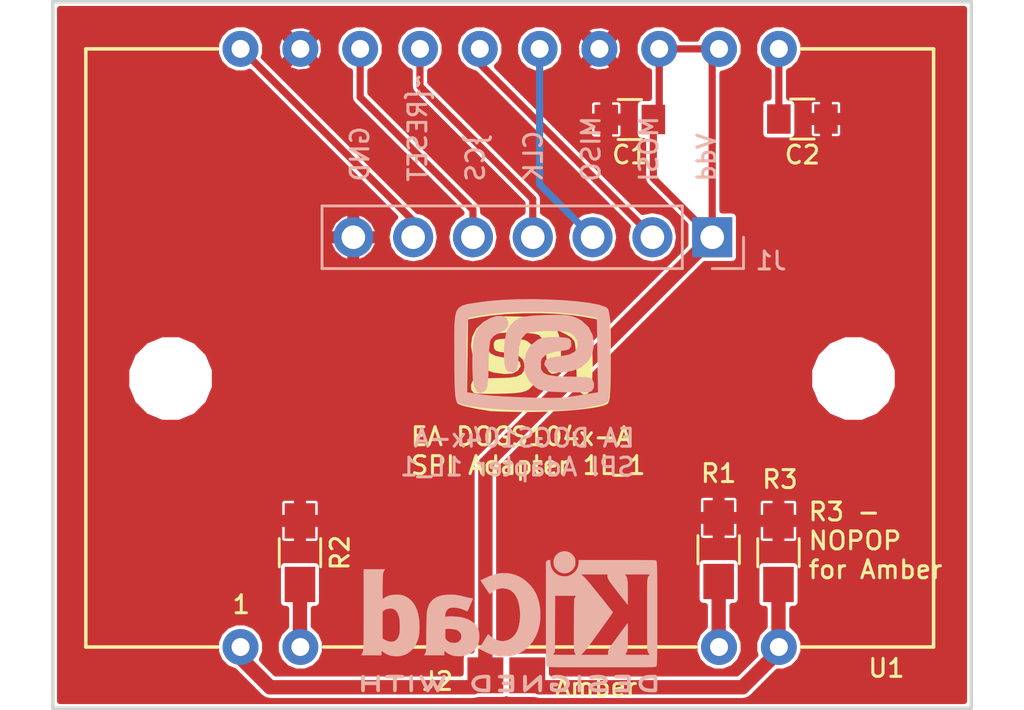
<source format=kicad_pcb>
(kicad_pcb (version 4) (host pcbnew 4.0.7)

  (general
    (links 22)
    (no_connects 0)
    (area 129.717457 88.924999 173.282544 120.2055)
    (thickness 1.6)
    (drawings 9)
    (tracks 39)
    (zones 0)
    (modules 13)
    (nets 12)
  )

  (page A4)
  (layers
    (0 F.Cu signal)
    (31 B.Cu signal)
    (32 B.Adhes user)
    (33 F.Adhes user)
    (34 B.Paste user)
    (35 F.Paste user)
    (36 B.SilkS user)
    (37 F.SilkS user)
    (38 B.Mask user)
    (39 F.Mask user)
    (40 Dwgs.User user)
    (41 Cmts.User user)
    (42 Eco1.User user)
    (43 Eco2.User user)
    (44 Edge.Cuts user)
    (45 Margin user)
    (46 B.CrtYd user)
    (47 F.CrtYd user)
    (48 B.Fab user)
    (49 F.Fab user)
  )

  (setup
    (last_trace_width 0.6096)
    (user_trace_width 0.3048)
    (user_trace_width 0.6096)
    (trace_clearance 0.1524)
    (zone_clearance 0.1016)
    (zone_45_only no)
    (trace_min 0.1524)
    (segment_width 0.2)
    (edge_width 0.15)
    (via_size 0.6858)
    (via_drill 0.3302)
    (via_min_size 0.6858)
    (via_min_drill 0.3302)
    (uvia_size 0.3)
    (uvia_drill 0.1)
    (uvias_allowed no)
    (uvia_min_size 0.19812)
    (uvia_min_drill 0.1)
    (pcb_text_width 0.3)
    (pcb_text_size 1.5 1.5)
    (mod_edge_width 0.15)
    (mod_text_size 0.762 0.762)
    (mod_text_width 0.127)
    (pad_size 1.524 1.524)
    (pad_drill 0.762)
    (pad_to_mask_clearance 0)
    (aux_axis_origin 0 0)
    (visible_elements 7FFEFFFF)
    (pcbplotparams
      (layerselection 0x010f0_80000001)
      (usegerberextensions false)
      (excludeedgelayer true)
      (linewidth 0.076200)
      (plotframeref false)
      (viasonmask false)
      (mode 1)
      (useauxorigin false)
      (hpglpennumber 1)
      (hpglpenspeed 20)
      (hpglpendiameter 15)
      (hpglpenoverlay 2)
      (psnegative false)
      (psa4output false)
      (plotreference true)
      (plotvalue true)
      (plotinvisibletext false)
      (padsonsilk false)
      (subtractmaskfromsilk false)
      (outputformat 1)
      (mirror false)
      (drillshape 0)
      (scaleselection 1)
      (outputdirectory gerbers/))
  )

  (net 0 "")
  (net 1 /Vdd)
  (net 2 GND)
  (net 3 "Net-(C2-Pad1)")
  (net 4 /MOSI)
  (net 5 /MISO)
  (net 6 /CLK)
  (net 7 /~CS)
  (net 8 /~RESET)
  (net 9 "Net-(J2-Pad1)")
  (net 10 "Net-(R1-Pad2)")
  (net 11 "Net-(R2-Pad2)")

  (net_class Default "This is the default net class."
    (clearance 0.1524)
    (trace_width 0.1524)
    (via_dia 0.6858)
    (via_drill 0.3302)
    (uvia_dia 0.3)
    (uvia_drill 0.1)
    (add_net /CLK)
    (add_net /MISO)
    (add_net /MOSI)
    (add_net /Vdd)
    (add_net /~CS)
    (add_net /~RESET)
    (add_net GND)
    (add_net "Net-(C2-Pad1)")
    (add_net "Net-(J2-Pad1)")
    (add_net "Net-(R1-Pad2)")
    (add_net "Net-(R2-Pad2)")
  )

  (module Symbols:KiCad-Logo2_6mm_SilkScreen (layer B.Cu) (tedit 59F7548C) (tstamp 59F754B7)
    (at 151.384 115.316 180)
    (descr "KiCad Logo")
    (tags "Logo KiCad")
    (attr virtual)
    (fp_text reference LOGO4 (at 0 0 180) (layer B.SilkS) hide
      (effects (font (size 0.762 0.762) (thickness 0.127)) (justify mirror))
    )
    (fp_text value KiCad-Logo2_6mm_SilkScreen (at 0.75 0 180) (layer B.Fab) hide
      (effects (font (size 0.762 0.762) (thickness 0.127)) (justify mirror))
    )
    (fp_poly (pts (xy -6.121371 -2.269066) (xy -6.081889 -2.269467) (xy -5.9662 -2.272259) (xy -5.869311 -2.28055)
      (xy -5.787919 -2.295232) (xy -5.718723 -2.317193) (xy -5.65842 -2.347322) (xy -5.603708 -2.38651)
      (xy -5.584167 -2.403532) (xy -5.55175 -2.443363) (xy -5.52252 -2.497413) (xy -5.499991 -2.557323)
      (xy -5.487679 -2.614739) (xy -5.4864 -2.635956) (xy -5.494417 -2.694769) (xy -5.515899 -2.759013)
      (xy -5.546999 -2.819821) (xy -5.583866 -2.86833) (xy -5.589854 -2.874182) (xy -5.640579 -2.915321)
      (xy -5.696125 -2.947435) (xy -5.759696 -2.971365) (xy -5.834494 -2.987953) (xy -5.923722 -2.998041)
      (xy -6.030582 -3.002469) (xy -6.079528 -3.002845) (xy -6.141762 -3.002545) (xy -6.185528 -3.001292)
      (xy -6.214931 -2.998554) (xy -6.234079 -2.993801) (xy -6.247077 -2.986501) (xy -6.254045 -2.980267)
      (xy -6.260626 -2.972694) (xy -6.265788 -2.962924) (xy -6.269703 -2.94834) (xy -6.272543 -2.926326)
      (xy -6.27448 -2.894264) (xy -6.275684 -2.849536) (xy -6.276328 -2.789526) (xy -6.276583 -2.711617)
      (xy -6.276622 -2.635956) (xy -6.27687 -2.535041) (xy -6.276817 -2.454427) (xy -6.275857 -2.415822)
      (xy -6.129867 -2.415822) (xy -6.129867 -2.856089) (xy -6.036734 -2.856004) (xy -5.980693 -2.854396)
      (xy -5.921999 -2.850256) (xy -5.873028 -2.844464) (xy -5.871538 -2.844226) (xy -5.792392 -2.82509)
      (xy -5.731002 -2.795287) (xy -5.684305 -2.752878) (xy -5.654635 -2.706961) (xy -5.636353 -2.656026)
      (xy -5.637771 -2.6082) (xy -5.658988 -2.556933) (xy -5.700489 -2.503899) (xy -5.757998 -2.4646)
      (xy -5.83275 -2.438331) (xy -5.882708 -2.429035) (xy -5.939416 -2.422507) (xy -5.999519 -2.417782)
      (xy -6.050639 -2.415817) (xy -6.053667 -2.415808) (xy -6.129867 -2.415822) (xy -6.275857 -2.415822)
      (xy -6.27526 -2.391851) (xy -6.270998 -2.345055) (xy -6.26283 -2.311778) (xy -6.249556 -2.289759)
      (xy -6.229974 -2.276739) (xy -6.202883 -2.270457) (xy -6.167082 -2.268653) (xy -6.121371 -2.269066)) (layer B.SilkS) (width 0.01))
    (fp_poly (pts (xy -4.712794 -2.269146) (xy -4.643386 -2.269518) (xy -4.590997 -2.270385) (xy -4.552847 -2.271946)
      (xy -4.526159 -2.274403) (xy -4.508153 -2.277957) (xy -4.496049 -2.28281) (xy -4.487069 -2.289161)
      (xy -4.483818 -2.292084) (xy -4.464043 -2.323142) (xy -4.460482 -2.358828) (xy -4.473491 -2.39051)
      (xy -4.479506 -2.396913) (xy -4.489235 -2.403121) (xy -4.504901 -2.40791) (xy -4.529408 -2.411514)
      (xy -4.565661 -2.414164) (xy -4.616565 -2.416095) (xy -4.685026 -2.417539) (xy -4.747617 -2.418418)
      (xy -4.995334 -2.421467) (xy -4.998719 -2.486378) (xy -5.002105 -2.551289) (xy -4.833958 -2.551289)
      (xy -4.760959 -2.551919) (xy -4.707517 -2.554553) (xy -4.670628 -2.560309) (xy -4.647288 -2.570304)
      (xy -4.634494 -2.585656) (xy -4.629242 -2.607482) (xy -4.628445 -2.627738) (xy -4.630923 -2.652592)
      (xy -4.640277 -2.670906) (xy -4.659383 -2.683637) (xy -4.691118 -2.691741) (xy -4.738359 -2.696176)
      (xy -4.803983 -2.697899) (xy -4.839801 -2.698045) (xy -5.000978 -2.698045) (xy -5.000978 -2.856089)
      (xy -4.752622 -2.856089) (xy -4.671213 -2.856202) (xy -4.609342 -2.856712) (xy -4.563968 -2.85787)
      (xy -4.532054 -2.85993) (xy -4.510559 -2.863146) (xy -4.496443 -2.867772) (xy -4.486668 -2.874059)
      (xy -4.481689 -2.878667) (xy -4.46461 -2.90556) (xy -4.459111 -2.929467) (xy -4.466963 -2.958667)
      (xy -4.481689 -2.980267) (xy -4.489546 -2.987066) (xy -4.499688 -2.992346) (xy -4.514844 -2.996298)
      (xy -4.537741 -2.999113) (xy -4.571109 -3.000982) (xy -4.617675 -3.002098) (xy -4.680167 -3.002651)
      (xy -4.761314 -3.002833) (xy -4.803422 -3.002845) (xy -4.893598 -3.002765) (xy -4.963924 -3.002398)
      (xy -5.017129 -3.001552) (xy -5.05594 -3.000036) (xy -5.083087 -2.997659) (xy -5.101298 -2.994229)
      (xy -5.1133 -2.989554) (xy -5.121822 -2.983444) (xy -5.125156 -2.980267) (xy -5.131755 -2.97267)
      (xy -5.136927 -2.96287) (xy -5.140846 -2.948239) (xy -5.143684 -2.926152) (xy -5.145615 -2.893982)
      (xy -5.146812 -2.849103) (xy -5.147448 -2.788889) (xy -5.147697 -2.710713) (xy -5.147734 -2.637923)
      (xy -5.1477 -2.544707) (xy -5.147465 -2.471431) (xy -5.14683 -2.415458) (xy -5.145594 -2.374151)
      (xy -5.143556 -2.344872) (xy -5.140517 -2.324984) (xy -5.136277 -2.31185) (xy -5.130635 -2.302832)
      (xy -5.123391 -2.295293) (xy -5.121606 -2.293612) (xy -5.112945 -2.286172) (xy -5.102882 -2.280409)
      (xy -5.088625 -2.276112) (xy -5.067383 -2.273064) (xy -5.036364 -2.271051) (xy -4.992777 -2.26986)
      (xy -4.933831 -2.269275) (xy -4.856734 -2.269083) (xy -4.802001 -2.269067) (xy -4.712794 -2.269146)) (layer B.SilkS) (width 0.01))
    (fp_poly (pts (xy -3.691703 -2.270351) (xy -3.616888 -2.275581) (xy -3.547306 -2.28375) (xy -3.487002 -2.29455)
      (xy -3.44002 -2.307673) (xy -3.410406 -2.322813) (xy -3.40586 -2.327269) (xy -3.390054 -2.36185)
      (xy -3.394847 -2.397351) (xy -3.419364 -2.427725) (xy -3.420534 -2.428596) (xy -3.434954 -2.437954)
      (xy -3.450008 -2.442876) (xy -3.471005 -2.443473) (xy -3.503257 -2.439861) (xy -3.552073 -2.432154)
      (xy -3.556 -2.431505) (xy -3.628739 -2.422569) (xy -3.707217 -2.418161) (xy -3.785927 -2.418119)
      (xy -3.859361 -2.422279) (xy -3.922011 -2.430479) (xy -3.96837 -2.442557) (xy -3.971416 -2.443771)
      (xy -4.005048 -2.462615) (xy -4.016864 -2.481685) (xy -4.007614 -2.500439) (xy -3.978047 -2.518337)
      (xy -3.928911 -2.534837) (xy -3.860957 -2.549396) (xy -3.815645 -2.556406) (xy -3.721456 -2.569889)
      (xy -3.646544 -2.582214) (xy -3.587717 -2.594449) (xy -3.541785 -2.607661) (xy -3.505555 -2.622917)
      (xy -3.475838 -2.641285) (xy -3.449442 -2.663831) (xy -3.42823 -2.685971) (xy -3.403065 -2.716819)
      (xy -3.390681 -2.743345) (xy -3.386808 -2.776026) (xy -3.386667 -2.787995) (xy -3.389576 -2.827712)
      (xy -3.401202 -2.857259) (xy -3.421323 -2.883486) (xy -3.462216 -2.923576) (xy -3.507817 -2.954149)
      (xy -3.561513 -2.976203) (xy -3.626692 -2.990735) (xy -3.706744 -2.998741) (xy -3.805057 -3.001218)
      (xy -3.821289 -3.001177) (xy -3.886849 -2.999818) (xy -3.951866 -2.99673) (xy -4.009252 -2.992356)
      (xy -4.051922 -2.98714) (xy -4.055372 -2.986541) (xy -4.097796 -2.976491) (xy -4.13378 -2.963796)
      (xy -4.15415 -2.95219) (xy -4.173107 -2.921572) (xy -4.174427 -2.885918) (xy -4.158085 -2.854144)
      (xy -4.154429 -2.850551) (xy -4.139315 -2.839876) (xy -4.120415 -2.835276) (xy -4.091162 -2.836059)
      (xy -4.055651 -2.840127) (xy -4.01597 -2.843762) (xy -3.960345 -2.846828) (xy -3.895406 -2.849053)
      (xy -3.827785 -2.850164) (xy -3.81 -2.850237) (xy -3.742128 -2.849964) (xy -3.692454 -2.848646)
      (xy -3.65661 -2.845827) (xy -3.630224 -2.84105) (xy -3.608926 -2.833857) (xy -3.596126 -2.827867)
      (xy -3.568 -2.811233) (xy -3.550068 -2.796168) (xy -3.547447 -2.791897) (xy -3.552976 -2.774263)
      (xy -3.57926 -2.757192) (xy -3.624478 -2.741458) (xy -3.686808 -2.727838) (xy -3.705171 -2.724804)
      (xy -3.80109 -2.709738) (xy -3.877641 -2.697146) (xy -3.93778 -2.686111) (xy -3.98446 -2.67572)
      (xy -4.020637 -2.665056) (xy -4.049265 -2.653205) (xy -4.073298 -2.639251) (xy -4.095692 -2.622281)
      (xy -4.119402 -2.601378) (xy -4.12738 -2.594049) (xy -4.155353 -2.566699) (xy -4.17016 -2.545029)
      (xy -4.175952 -2.520232) (xy -4.176889 -2.488983) (xy -4.166575 -2.427705) (xy -4.135752 -2.37564)
      (xy -4.084595 -2.332958) (xy -4.013283 -2.299825) (xy -3.9624 -2.284964) (xy -3.9071 -2.275366)
      (xy -3.840853 -2.269936) (xy -3.767706 -2.268367) (xy -3.691703 -2.270351)) (layer B.SilkS) (width 0.01))
    (fp_poly (pts (xy -2.923822 -2.291645) (xy -2.917242 -2.299218) (xy -2.912079 -2.308987) (xy -2.908164 -2.323571)
      (xy -2.905324 -2.345585) (xy -2.903387 -2.377648) (xy -2.902183 -2.422375) (xy -2.901539 -2.482385)
      (xy -2.901284 -2.560294) (xy -2.901245 -2.635956) (xy -2.901314 -2.729802) (xy -2.901638 -2.803689)
      (xy -2.902386 -2.860232) (xy -2.903732 -2.902049) (xy -2.905846 -2.931757) (xy -2.9089 -2.951973)
      (xy -2.913066 -2.965314) (xy -2.918516 -2.974398) (xy -2.923822 -2.980267) (xy -2.956826 -2.999947)
      (xy -2.991991 -2.998181) (xy -3.023455 -2.976717) (xy -3.030684 -2.968337) (xy -3.036334 -2.958614)
      (xy -3.040599 -2.944861) (xy -3.043673 -2.924389) (xy -3.045752 -2.894512) (xy -3.04703 -2.852541)
      (xy -3.047701 -2.795789) (xy -3.047959 -2.721567) (xy -3.048 -2.637537) (xy -3.048 -2.324485)
      (xy -3.020291 -2.296776) (xy -2.986137 -2.273463) (xy -2.953006 -2.272623) (xy -2.923822 -2.291645)) (layer B.SilkS) (width 0.01))
    (fp_poly (pts (xy -1.950081 -2.274599) (xy -1.881565 -2.286095) (xy -1.828943 -2.303967) (xy -1.794708 -2.327499)
      (xy -1.785379 -2.340924) (xy -1.775893 -2.372148) (xy -1.782277 -2.400395) (xy -1.80243 -2.427182)
      (xy -1.833745 -2.439713) (xy -1.879183 -2.438696) (xy -1.914326 -2.431906) (xy -1.992419 -2.418971)
      (xy -2.072226 -2.417742) (xy -2.161555 -2.428241) (xy -2.186229 -2.43269) (xy -2.269291 -2.456108)
      (xy -2.334273 -2.490945) (xy -2.380461 -2.536604) (xy -2.407145 -2.592494) (xy -2.412663 -2.621388)
      (xy -2.409051 -2.680012) (xy -2.385729 -2.731879) (xy -2.344824 -2.775978) (xy -2.288459 -2.811299)
      (xy -2.21876 -2.836829) (xy -2.137852 -2.851559) (xy -2.04786 -2.854478) (xy -1.95091 -2.844575)
      (xy -1.945436 -2.843641) (xy -1.906875 -2.836459) (xy -1.885494 -2.829521) (xy -1.876227 -2.819227)
      (xy -1.874006 -2.801976) (xy -1.873956 -2.792841) (xy -1.873956 -2.754489) (xy -1.942431 -2.754489)
      (xy -2.0029 -2.750347) (xy -2.044165 -2.737147) (xy -2.068175 -2.71373) (xy -2.076877 -2.678936)
      (xy -2.076983 -2.674394) (xy -2.071892 -2.644654) (xy -2.054433 -2.623419) (xy -2.021939 -2.609366)
      (xy -1.971743 -2.601173) (xy -1.923123 -2.598161) (xy -1.852456 -2.596433) (xy -1.801198 -2.59907)
      (xy -1.766239 -2.6088) (xy -1.74447 -2.628353) (xy -1.73278 -2.660456) (xy -1.72806 -2.707838)
      (xy -1.7272 -2.770071) (xy -1.728609 -2.839535) (xy -1.732848 -2.886786) (xy -1.739936 -2.912012)
      (xy -1.741311 -2.913988) (xy -1.780228 -2.945508) (xy -1.837286 -2.97047) (xy -1.908869 -2.98834)
      (xy -1.991358 -2.998586) (xy -2.081139 -3.000673) (xy -2.174592 -2.994068) (xy -2.229556 -2.985956)
      (xy -2.315766 -2.961554) (xy -2.395892 -2.921662) (xy -2.462977 -2.869887) (xy -2.473173 -2.859539)
      (xy -2.506302 -2.816035) (xy -2.536194 -2.762118) (xy -2.559357 -2.705592) (xy -2.572298 -2.654259)
      (xy -2.573858 -2.634544) (xy -2.567218 -2.593419) (xy -2.549568 -2.542252) (xy -2.524297 -2.488394)
      (xy -2.494789 -2.439195) (xy -2.468719 -2.406334) (xy -2.407765 -2.357452) (xy -2.328969 -2.318545)
      (xy -2.235157 -2.290494) (xy -2.12915 -2.274179) (xy -2.032 -2.270192) (xy -1.950081 -2.274599)) (layer B.SilkS) (width 0.01))
    (fp_poly (pts (xy -1.300114 -2.273448) (xy -1.276548 -2.287273) (xy -1.245735 -2.309881) (xy -1.206078 -2.342338)
      (xy -1.15598 -2.385708) (xy -1.093843 -2.441058) (xy -1.018072 -2.509451) (xy -0.931334 -2.588084)
      (xy -0.750711 -2.751878) (xy -0.745067 -2.532029) (xy -0.743029 -2.456351) (xy -0.741063 -2.399994)
      (xy -0.738734 -2.359706) (xy -0.735606 -2.332235) (xy -0.731245 -2.314329) (xy -0.725216 -2.302737)
      (xy -0.717084 -2.294208) (xy -0.712772 -2.290623) (xy -0.678241 -2.27167) (xy -0.645383 -2.274441)
      (xy -0.619318 -2.290633) (xy -0.592667 -2.312199) (xy -0.589352 -2.627151) (xy -0.588435 -2.719779)
      (xy -0.587968 -2.792544) (xy -0.588113 -2.848161) (xy -0.589032 -2.889342) (xy -0.590887 -2.918803)
      (xy -0.593839 -2.939255) (xy -0.59805 -2.953413) (xy -0.603682 -2.963991) (xy -0.609927 -2.972474)
      (xy -0.623439 -2.988207) (xy -0.636883 -2.998636) (xy -0.652124 -3.002639) (xy -0.671026 -2.999094)
      (xy -0.695455 -2.986879) (xy -0.727273 -2.964871) (xy -0.768348 -2.931949) (xy -0.820542 -2.886991)
      (xy -0.885722 -2.828875) (xy -0.959556 -2.762099) (xy -1.224845 -2.521458) (xy -1.230489 -2.740589)
      (xy -1.232531 -2.816128) (xy -1.234502 -2.872354) (xy -1.236839 -2.912524) (xy -1.239981 -2.939896)
      (xy -1.244364 -2.957728) (xy -1.250424 -2.969279) (xy -1.2586 -2.977807) (xy -1.262784 -2.981282)
      (xy -1.299765 -3.000372) (xy -1.334708 -2.997493) (xy -1.365136 -2.9731) (xy -1.372097 -2.963286)
      (xy -1.377523 -2.951826) (xy -1.381603 -2.935968) (xy -1.384529 -2.912963) (xy -1.386492 -2.880062)
      (xy -1.387683 -2.834516) (xy -1.388292 -2.773573) (xy -1.388511 -2.694486) (xy -1.388534 -2.635956)
      (xy -1.38846 -2.544407) (xy -1.388113 -2.472687) (xy -1.387301 -2.418045) (xy -1.385833 -2.377732)
      (xy -1.383519 -2.348998) (xy -1.380167 -2.329093) (xy -1.375588 -2.315268) (xy -1.369589 -2.304772)
      (xy -1.365136 -2.298811) (xy -1.35385 -2.284691) (xy -1.343301 -2.274029) (xy -1.331893 -2.267892)
      (xy -1.31803 -2.267343) (xy -1.300114 -2.273448)) (layer B.SilkS) (width 0.01))
    (fp_poly (pts (xy 0.230343 -2.26926) (xy 0.306701 -2.270174) (xy 0.365217 -2.272311) (xy 0.408255 -2.276175)
      (xy 0.438183 -2.282267) (xy 0.457368 -2.29109) (xy 0.468176 -2.303146) (xy 0.472973 -2.318939)
      (xy 0.474127 -2.33897) (xy 0.474133 -2.341335) (xy 0.473131 -2.363992) (xy 0.468396 -2.381503)
      (xy 0.457333 -2.394574) (xy 0.437348 -2.403913) (xy 0.405846 -2.410227) (xy 0.360232 -2.414222)
      (xy 0.297913 -2.416606) (xy 0.216293 -2.418086) (xy 0.191277 -2.418414) (xy -0.0508 -2.421467)
      (xy -0.054186 -2.486378) (xy -0.057571 -2.551289) (xy 0.110576 -2.551289) (xy 0.176266 -2.551531)
      (xy 0.223172 -2.552556) (xy 0.255083 -2.554811) (xy 0.275791 -2.558742) (xy 0.289084 -2.564798)
      (xy 0.298755 -2.573424) (xy 0.298817 -2.573493) (xy 0.316356 -2.607112) (xy 0.315722 -2.643448)
      (xy 0.297314 -2.674423) (xy 0.293671 -2.677607) (xy 0.280741 -2.685812) (xy 0.263024 -2.691521)
      (xy 0.23657 -2.695162) (xy 0.197432 -2.697167) (xy 0.141662 -2.697964) (xy 0.105994 -2.698045)
      (xy -0.056445 -2.698045) (xy -0.056445 -2.856089) (xy 0.190161 -2.856089) (xy 0.27158 -2.856231)
      (xy 0.33341 -2.856814) (xy 0.378637 -2.858068) (xy 0.410248 -2.860227) (xy 0.431231 -2.863523)
      (xy 0.444573 -2.868189) (xy 0.453261 -2.874457) (xy 0.45545 -2.876733) (xy 0.471614 -2.90828)
      (xy 0.472797 -2.944168) (xy 0.459536 -2.975285) (xy 0.449043 -2.985271) (xy 0.438129 -2.990769)
      (xy 0.421217 -2.995022) (xy 0.395633 -2.99818) (xy 0.358701 -3.000392) (xy 0.307746 -3.001806)
      (xy 0.240094 -3.002572) (xy 0.153069 -3.002838) (xy 0.133394 -3.002845) (xy 0.044911 -3.002787)
      (xy -0.023773 -3.002467) (xy -0.075436 -3.001667) (xy -0.112855 -3.000167) (xy -0.13881 -2.997749)
      (xy -0.156078 -2.994194) (xy -0.167438 -2.989282) (xy -0.175668 -2.982795) (xy -0.180183 -2.978138)
      (xy -0.186979 -2.969889) (xy -0.192288 -2.959669) (xy -0.196294 -2.9448) (xy -0.199179 -2.922602)
      (xy -0.201126 -2.890393) (xy -0.202319 -2.845496) (xy -0.202939 -2.785228) (xy -0.203171 -2.706911)
      (xy -0.2032 -2.640994) (xy -0.203129 -2.548628) (xy -0.202792 -2.476117) (xy -0.202002 -2.420737)
      (xy -0.200574 -2.379765) (xy -0.198321 -2.350478) (xy -0.195057 -2.330153) (xy -0.190596 -2.316066)
      (xy -0.184752 -2.305495) (xy -0.179803 -2.298811) (xy -0.156406 -2.269067) (xy 0.133774 -2.269067)
      (xy 0.230343 -2.26926)) (layer B.SilkS) (width 0.01))
    (fp_poly (pts (xy 1.018309 -2.269275) (xy 1.147288 -2.273636) (xy 1.256991 -2.286861) (xy 1.349226 -2.309741)
      (xy 1.425802 -2.34307) (xy 1.488527 -2.387638) (xy 1.539212 -2.444236) (xy 1.579663 -2.513658)
      (xy 1.580459 -2.515351) (xy 1.604601 -2.577483) (xy 1.613203 -2.632509) (xy 1.606231 -2.687887)
      (xy 1.583654 -2.751073) (xy 1.579372 -2.760689) (xy 1.550172 -2.816966) (xy 1.517356 -2.860451)
      (xy 1.475002 -2.897417) (xy 1.41719 -2.934135) (xy 1.413831 -2.936052) (xy 1.363504 -2.960227)
      (xy 1.306621 -2.978282) (xy 1.239527 -2.990839) (xy 1.158565 -2.998522) (xy 1.060082 -3.001953)
      (xy 1.025286 -3.002251) (xy 0.859594 -3.002845) (xy 0.836197 -2.9731) (xy 0.829257 -2.963319)
      (xy 0.823842 -2.951897) (xy 0.819765 -2.936095) (xy 0.816837 -2.913175) (xy 0.814867 -2.880396)
      (xy 0.814225 -2.856089) (xy 0.970844 -2.856089) (xy 1.064726 -2.856089) (xy 1.119664 -2.854483)
      (xy 1.17606 -2.850255) (xy 1.222345 -2.844292) (xy 1.225139 -2.84379) (xy 1.307348 -2.821736)
      (xy 1.371114 -2.7886) (xy 1.418452 -2.742847) (xy 1.451382 -2.682939) (xy 1.457108 -2.667061)
      (xy 1.462721 -2.642333) (xy 1.460291 -2.617902) (xy 1.448467 -2.5854) (xy 1.44134 -2.569434)
      (xy 1.418 -2.527006) (xy 1.38988 -2.49724) (xy 1.35894 -2.476511) (xy 1.296966 -2.449537)
      (xy 1.217651 -2.429998) (xy 1.125253 -2.418746) (xy 1.058333 -2.41627) (xy 0.970844 -2.415822)
      (xy 0.970844 -2.856089) (xy 0.814225 -2.856089) (xy 0.813668 -2.835021) (xy 0.81305 -2.774311)
      (xy 0.812825 -2.695526) (xy 0.8128 -2.63392) (xy 0.8128 -2.324485) (xy 0.840509 -2.296776)
      (xy 0.852806 -2.285544) (xy 0.866103 -2.277853) (xy 0.884672 -2.27304) (xy 0.912786 -2.270446)
      (xy 0.954717 -2.26941) (xy 1.014737 -2.26927) (xy 1.018309 -2.269275)) (layer B.SilkS) (width 0.01))
    (fp_poly (pts (xy 3.744665 -2.271034) (xy 3.764255 -2.278035) (xy 3.76501 -2.278377) (xy 3.791613 -2.298678)
      (xy 3.80627 -2.319561) (xy 3.809138 -2.329352) (xy 3.808996 -2.342361) (xy 3.804961 -2.360895)
      (xy 3.796146 -2.387257) (xy 3.781669 -2.423752) (xy 3.760645 -2.472687) (xy 3.732188 -2.536365)
      (xy 3.695415 -2.617093) (xy 3.675175 -2.661216) (xy 3.638625 -2.739985) (xy 3.604315 -2.812423)
      (xy 3.573552 -2.87588) (xy 3.547648 -2.927708) (xy 3.52791 -2.965259) (xy 3.51565 -2.985884)
      (xy 3.513224 -2.988733) (xy 3.482183 -3.001302) (xy 3.447121 -2.999619) (xy 3.419 -2.984332)
      (xy 3.417854 -2.983089) (xy 3.406668 -2.966154) (xy 3.387904 -2.93317) (xy 3.363875 -2.88838)
      (xy 3.336897 -2.836032) (xy 3.327201 -2.816742) (xy 3.254014 -2.67015) (xy 3.17424 -2.829393)
      (xy 3.145767 -2.884415) (xy 3.11935 -2.932132) (xy 3.097148 -2.968893) (xy 3.081319 -2.991044)
      (xy 3.075954 -2.995741) (xy 3.034257 -3.002102) (xy 2.999849 -2.988733) (xy 2.989728 -2.974446)
      (xy 2.972214 -2.942692) (xy 2.948735 -2.896597) (xy 2.92072 -2.839285) (xy 2.889599 -2.77388)
      (xy 2.856799 -2.703507) (xy 2.82375 -2.631291) (xy 2.791881 -2.560355) (xy 2.762619 -2.493825)
      (xy 2.737395 -2.434826) (xy 2.717636 -2.386481) (xy 2.704772 -2.351915) (xy 2.700231 -2.334253)
      (xy 2.700277 -2.333613) (xy 2.711326 -2.311388) (xy 2.73341 -2.288753) (xy 2.73471 -2.287768)
      (xy 2.761853 -2.272425) (xy 2.786958 -2.272574) (xy 2.796368 -2.275466) (xy 2.807834 -2.281718)
      (xy 2.82001 -2.294014) (xy 2.834357 -2.314908) (xy 2.852336 -2.346949) (xy 2.875407 -2.392688)
      (xy 2.90503 -2.454677) (xy 2.931745 -2.511898) (xy 2.96248 -2.578226) (xy 2.990021 -2.637874)
      (xy 3.012938 -2.687725) (xy 3.029798 -2.724664) (xy 3.039173 -2.745573) (xy 3.04054 -2.748845)
      (xy 3.046689 -2.743497) (xy 3.060822 -2.721109) (xy 3.081057 -2.684946) (xy 3.105515 -2.638277)
      (xy 3.115248 -2.619022) (xy 3.148217 -2.554004) (xy 3.173643 -2.506654) (xy 3.193612 -2.474219)
      (xy 3.21021 -2.453946) (xy 3.225524 -2.443082) (xy 3.24164 -2.438875) (xy 3.252143 -2.4384)
      (xy 3.27067 -2.440042) (xy 3.286904 -2.446831) (xy 3.303035 -2.461566) (xy 3.321251 -2.487044)
      (xy 3.343739 -2.526061) (xy 3.372689 -2.581414) (xy 3.388662 -2.612903) (xy 3.41457 -2.663087)
      (xy 3.437167 -2.704704) (xy 3.454458 -2.734242) (xy 3.46445 -2.748189) (xy 3.465809 -2.74877)
      (xy 3.472261 -2.737793) (xy 3.486708 -2.70929) (xy 3.507703 -2.666244) (xy 3.533797 -2.611638)
      (xy 3.563546 -2.548454) (xy 3.57818 -2.517071) (xy 3.61625 -2.436078) (xy 3.646905 -2.373756)
      (xy 3.671737 -2.328071) (xy 3.692337 -2.296989) (xy 3.710298 -2.278478) (xy 3.72721 -2.270504)
      (xy 3.744665 -2.271034)) (layer B.SilkS) (width 0.01))
    (fp_poly (pts (xy 4.188614 -2.275877) (xy 4.212327 -2.290647) (xy 4.238978 -2.312227) (xy 4.238978 -2.633773)
      (xy 4.238893 -2.72783) (xy 4.238529 -2.801932) (xy 4.237724 -2.858704) (xy 4.236313 -2.900768)
      (xy 4.234133 -2.930748) (xy 4.231021 -2.951267) (xy 4.226814 -2.964949) (xy 4.221348 -2.974416)
      (xy 4.217472 -2.979082) (xy 4.186034 -2.999575) (xy 4.150233 -2.998739) (xy 4.118873 -2.981264)
      (xy 4.092222 -2.959684) (xy 4.092222 -2.312227) (xy 4.118873 -2.290647) (xy 4.144594 -2.274949)
      (xy 4.1656 -2.269067) (xy 4.188614 -2.275877)) (layer B.SilkS) (width 0.01))
    (fp_poly (pts (xy 4.963065 -2.269163) (xy 5.041772 -2.269542) (xy 5.102863 -2.270333) (xy 5.148817 -2.27167)
      (xy 5.182114 -2.273683) (xy 5.205236 -2.276506) (xy 5.220662 -2.280269) (xy 5.230871 -2.285105)
      (xy 5.235813 -2.288822) (xy 5.261457 -2.321358) (xy 5.264559 -2.355138) (xy 5.248711 -2.385826)
      (xy 5.238348 -2.398089) (xy 5.227196 -2.40645) (xy 5.211035 -2.411657) (xy 5.185642 -2.414457)
      (xy 5.146798 -2.415596) (xy 5.09028 -2.415821) (xy 5.07918 -2.415822) (xy 4.933244 -2.415822)
      (xy 4.933244 -2.686756) (xy 4.933148 -2.772154) (xy 4.932711 -2.837864) (xy 4.931712 -2.886774)
      (xy 4.929928 -2.921773) (xy 4.927137 -2.945749) (xy 4.923117 -2.961593) (xy 4.917645 -2.972191)
      (xy 4.910666 -2.980267) (xy 4.877734 -3.000112) (xy 4.843354 -2.998548) (xy 4.812176 -2.975906)
      (xy 4.809886 -2.9731) (xy 4.802429 -2.962492) (xy 4.796747 -2.950081) (xy 4.792601 -2.93285)
      (xy 4.78975 -2.907784) (xy 4.787954 -2.871867) (xy 4.786972 -2.822083) (xy 4.786564 -2.755417)
      (xy 4.786489 -2.679589) (xy 4.786489 -2.415822) (xy 4.647127 -2.415822) (xy 4.587322 -2.415418)
      (xy 4.545918 -2.41384) (xy 4.518748 -2.410547) (xy 4.501646 -2.404992) (xy 4.490443 -2.396631)
      (xy 4.489083 -2.395178) (xy 4.472725 -2.361939) (xy 4.474172 -2.324362) (xy 4.492978 -2.291645)
      (xy 4.50025 -2.285298) (xy 4.509627 -2.280266) (xy 4.523609 -2.276396) (xy 4.544696 -2.273537)
      (xy 4.575389 -2.271535) (xy 4.618189 -2.270239) (xy 4.675595 -2.269498) (xy 4.75011 -2.269158)
      (xy 4.844233 -2.269068) (xy 4.86426 -2.269067) (xy 4.963065 -2.269163)) (layer B.SilkS) (width 0.01))
    (fp_poly (pts (xy 6.228823 -2.274533) (xy 6.260202 -2.296776) (xy 6.287911 -2.324485) (xy 6.287911 -2.63392)
      (xy 6.287838 -2.725799) (xy 6.287495 -2.79784) (xy 6.286692 -2.85278) (xy 6.285241 -2.89336)
      (xy 6.282952 -2.922317) (xy 6.279636 -2.942391) (xy 6.275105 -2.956321) (xy 6.269169 -2.966845)
      (xy 6.264514 -2.9731) (xy 6.233783 -2.997673) (xy 6.198496 -3.000341) (xy 6.166245 -2.985271)
      (xy 6.155588 -2.976374) (xy 6.148464 -2.964557) (xy 6.144167 -2.945526) (xy 6.141991 -2.914992)
      (xy 6.141228 -2.868662) (xy 6.141155 -2.832871) (xy 6.141155 -2.698045) (xy 5.644444 -2.698045)
      (xy 5.644444 -2.8207) (xy 5.643931 -2.876787) (xy 5.641876 -2.915333) (xy 5.637508 -2.941361)
      (xy 5.630056 -2.959897) (xy 5.621047 -2.9731) (xy 5.590144 -2.997604) (xy 5.555196 -3.000506)
      (xy 5.521738 -2.983089) (xy 5.512604 -2.973959) (xy 5.506152 -2.961855) (xy 5.501897 -2.943001)
      (xy 5.499352 -2.91362) (xy 5.498029 -2.869937) (xy 5.497443 -2.808175) (xy 5.497375 -2.794)
      (xy 5.496891 -2.677631) (xy 5.496641 -2.581727) (xy 5.496723 -2.504177) (xy 5.497231 -2.442869)
      (xy 5.498262 -2.39569) (xy 5.499913 -2.36053) (xy 5.502279 -2.335276) (xy 5.505457 -2.317817)
      (xy 5.509544 -2.306041) (xy 5.514634 -2.297835) (xy 5.520266 -2.291645) (xy 5.552128 -2.271844)
      (xy 5.585357 -2.274533) (xy 5.616735 -2.296776) (xy 5.629433 -2.311126) (xy 5.637526 -2.326978)
      (xy 5.642042 -2.349554) (xy 5.644006 -2.384078) (xy 5.644444 -2.435776) (xy 5.644444 -2.551289)
      (xy 6.141155 -2.551289) (xy 6.141155 -2.432756) (xy 6.141662 -2.378148) (xy 6.143698 -2.341275)
      (xy 6.148035 -2.317307) (xy 6.155447 -2.301415) (xy 6.163733 -2.291645) (xy 6.195594 -2.271844)
      (xy 6.228823 -2.274533)) (layer B.SilkS) (width 0.01))
    (fp_poly (pts (xy -2.9464 2.510946) (xy -2.935535 2.397007) (xy -2.903918 2.289384) (xy -2.853015 2.190385)
      (xy -2.784293 2.102316) (xy -2.699219 2.027484) (xy -2.602232 1.969616) (xy -2.495964 1.929995)
      (xy -2.38895 1.911427) (xy -2.2833 1.912566) (xy -2.181125 1.93207) (xy -2.084534 1.968594)
      (xy -1.995638 2.020795) (xy -1.916546 2.087327) (xy -1.849369 2.166848) (xy -1.796217 2.258013)
      (xy -1.759199 2.359477) (xy -1.740427 2.469898) (xy -1.738489 2.519794) (xy -1.738489 2.607733)
      (xy -1.68656 2.607733) (xy -1.650253 2.604889) (xy -1.623355 2.593089) (xy -1.596249 2.569351)
      (xy -1.557867 2.530969) (xy -1.557867 0.339398) (xy -1.557876 0.077261) (xy -1.557908 -0.163241)
      (xy -1.557972 -0.383048) (xy -1.558076 -0.583101) (xy -1.558227 -0.764344) (xy -1.558434 -0.927716)
      (xy -1.558706 -1.07416) (xy -1.55905 -1.204617) (xy -1.559474 -1.320029) (xy -1.559987 -1.421338)
      (xy -1.560597 -1.509484) (xy -1.561312 -1.58541) (xy -1.56214 -1.650057) (xy -1.563089 -1.704367)
      (xy -1.564167 -1.74928) (xy -1.565383 -1.78574) (xy -1.566745 -1.814687) (xy -1.568261 -1.837063)
      (xy -1.569938 -1.853809) (xy -1.571786 -1.865868) (xy -1.573813 -1.87418) (xy -1.576025 -1.879687)
      (xy -1.577108 -1.881537) (xy -1.581271 -1.888549) (xy -1.584805 -1.894996) (xy -1.588635 -1.9009)
      (xy -1.593682 -1.906286) (xy -1.600871 -1.911178) (xy -1.611123 -1.915598) (xy -1.625364 -1.919572)
      (xy -1.644514 -1.923121) (xy -1.669499 -1.92627) (xy -1.70124 -1.929042) (xy -1.740662 -1.931461)
      (xy -1.788686 -1.933551) (xy -1.846237 -1.935335) (xy -1.914237 -1.936837) (xy -1.99361 -1.93808)
      (xy -2.085279 -1.939089) (xy -2.190166 -1.939885) (xy -2.309196 -1.940494) (xy -2.44329 -1.940939)
      (xy -2.593373 -1.941243) (xy -2.760367 -1.94143) (xy -2.945196 -1.941524) (xy -3.148783 -1.941548)
      (xy -3.37205 -1.941525) (xy -3.615922 -1.94148) (xy -3.881321 -1.941437) (xy -3.919704 -1.941432)
      (xy -4.186682 -1.941389) (xy -4.432002 -1.941318) (xy -4.656583 -1.941213) (xy -4.861345 -1.941066)
      (xy -5.047206 -1.940869) (xy -5.215088 -1.940616) (xy -5.365908 -1.9403) (xy -5.500587 -1.939913)
      (xy -5.620044 -1.939447) (xy -5.725199 -1.938897) (xy -5.816971 -1.938253) (xy -5.896279 -1.937511)
      (xy -5.964043 -1.936661) (xy -6.021182 -1.935697) (xy -6.068617 -1.934611) (xy -6.107266 -1.933397)
      (xy -6.138049 -1.932047) (xy -6.161885 -1.930555) (xy -6.179694 -1.928911) (xy -6.192395 -1.927111)
      (xy -6.200908 -1.925145) (xy -6.205266 -1.923477) (xy -6.213728 -1.919906) (xy -6.221497 -1.91727)
      (xy -6.228602 -1.914634) (xy -6.235073 -1.911062) (xy -6.240939 -1.905621) (xy -6.246229 -1.897375)
      (xy -6.250974 -1.88539) (xy -6.255202 -1.868731) (xy -6.258943 -1.846463) (xy -6.262227 -1.817652)
      (xy -6.265083 -1.781363) (xy -6.26754 -1.736661) (xy -6.269629 -1.682611) (xy -6.271378 -1.618279)
      (xy -6.272817 -1.54273) (xy -6.273976 -1.45503) (xy -6.274883 -1.354243) (xy -6.275569 -1.239434)
      (xy -6.276063 -1.10967) (xy -6.276395 -0.964015) (xy -6.276593 -0.801535) (xy -6.276687 -0.621295)
      (xy -6.276708 -0.42236) (xy -6.276685 -0.203796) (xy -6.276646 0.035332) (xy -6.276622 0.29596)
      (xy -6.276622 0.338111) (xy -6.276636 0.601008) (xy -6.276661 0.842268) (xy -6.276671 1.062835)
      (xy -6.276642 1.263648) (xy -6.276548 1.445651) (xy -6.276362 1.609784) (xy -6.276059 1.756989)
      (xy -6.275614 1.888208) (xy -6.275034 1.998133) (xy -5.972197 1.998133) (xy -5.932407 1.940289)
      (xy -5.921236 1.924521) (xy -5.911166 1.910559) (xy -5.902138 1.897216) (xy -5.894097 1.883307)
      (xy -5.886986 1.867644) (xy -5.880747 1.849042) (xy -5.875325 1.826314) (xy -5.870662 1.798273)
      (xy -5.866701 1.763733) (xy -5.863385 1.721508) (xy -5.860659 1.670411) (xy -5.858464 1.609256)
      (xy -5.856745 1.536856) (xy -5.855444 1.452025) (xy -5.854505 1.353578) (xy -5.85387 1.240326)
      (xy -5.853484 1.111084) (xy -5.853288 0.964666) (xy -5.853227 0.799884) (xy -5.853243 0.615553)
      (xy -5.85328 0.410487) (xy -5.853289 0.287867) (xy -5.853265 0.070918) (xy -5.853231 -0.124642)
      (xy -5.853243 -0.299999) (xy -5.853358 -0.456341) (xy -5.85363 -0.594857) (xy -5.854118 -0.716734)
      (xy -5.854876 -0.82316) (xy -5.855962 -0.915322) (xy -5.857431 -0.994409) (xy -5.85934 -1.061608)
      (xy -5.861744 -1.118107) (xy -5.864701 -1.165093) (xy -5.868266 -1.203755) (xy -5.872495 -1.23528)
      (xy -5.877446 -1.260855) (xy -5.883173 -1.28167) (xy -5.889733 -1.298911) (xy -5.897183 -1.313765)
      (xy -5.905579 -1.327422) (xy -5.914976 -1.341069) (xy -5.925432 -1.355893) (xy -5.931523 -1.364783)
      (xy -5.970296 -1.4224) (xy -5.438732 -1.4224) (xy -5.315483 -1.422365) (xy -5.212987 -1.422215)
      (xy -5.12942 -1.421878) (xy -5.062956 -1.421286) (xy -5.011771 -1.420367) (xy -4.974041 -1.419051)
      (xy -4.94794 -1.417269) (xy -4.931644 -1.414951) (xy -4.923328 -1.412026) (xy -4.921168 -1.408424)
      (xy -4.923339 -1.404075) (xy -4.924535 -1.402645) (xy -4.949685 -1.365573) (xy -4.975583 -1.312772)
      (xy -4.999192 -1.25077) (xy -5.007461 -1.224357) (xy -5.012078 -1.206416) (xy -5.015979 -1.185355)
      (xy -5.019248 -1.159089) (xy -5.021966 -1.125532) (xy -5.024215 -1.082599) (xy -5.026077 -1.028204)
      (xy -5.027636 -0.960262) (xy -5.028972 -0.876688) (xy -5.030169 -0.775395) (xy -5.031308 -0.6543)
      (xy -5.031685 -0.6096) (xy -5.032702 -0.484449) (xy -5.03346 -0.380082) (xy -5.033903 -0.294707)
      (xy -5.03397 -0.226533) (xy -5.033605 -0.173765) (xy -5.032748 -0.134614) (xy -5.031341 -0.107285)
      (xy -5.029325 -0.089986) (xy -5.026643 -0.080926) (xy -5.023236 -0.078312) (xy -5.019044 -0.080351)
      (xy -5.014571 -0.084667) (xy -5.004216 -0.097602) (xy -4.982158 -0.126676) (xy -4.949957 -0.169759)
      (xy -4.909174 -0.224718) (xy -4.86137 -0.289423) (xy -4.808105 -0.361742) (xy -4.75094 -0.439544)
      (xy -4.691437 -0.520698) (xy -4.631155 -0.603072) (xy -4.571655 -0.684536) (xy -4.514498 -0.762957)
      (xy -4.461245 -0.836204) (xy -4.413457 -0.902147) (xy -4.372693 -0.958654) (xy -4.340516 -1.003593)
      (xy -4.318485 -1.034834) (xy -4.313917 -1.041466) (xy -4.290996 -1.078369) (xy -4.264188 -1.126359)
      (xy -4.238789 -1.175897) (xy -4.235568 -1.182577) (xy -4.21389 -1.230772) (xy -4.201304 -1.268334)
      (xy -4.195574 -1.30416) (xy -4.194456 -1.3462) (xy -4.19509 -1.4224) (xy -3.040651 -1.4224)
      (xy -3.131815 -1.328669) (xy -3.178612 -1.278775) (xy -3.228899 -1.222295) (xy -3.274944 -1.168026)
      (xy -3.295369 -1.142673) (xy -3.325807 -1.103128) (xy -3.365862 -1.049916) (xy -3.414361 -0.984667)
      (xy -3.470135 -0.909011) (xy -3.532011 -0.824577) (xy -3.598819 -0.732994) (xy -3.669387 -0.635892)
      (xy -3.742545 -0.534901) (xy -3.817121 -0.43165) (xy -3.891944 -0.327768) (xy -3.965843 -0.224885)
      (xy -4.037646 -0.124631) (xy -4.106184 -0.028636) (xy -4.170284 0.061473) (xy -4.228775 0.144064)
      (xy -4.280486 0.217508) (xy -4.324247 0.280176) (xy -4.358885 0.330439) (xy -4.38323 0.366666)
      (xy -4.396111 0.387229) (xy -4.397869 0.391332) (xy -4.38991 0.402658) (xy -4.369115 0.429838)
      (xy -4.336847 0.471171) (xy -4.29447 0.524956) (xy -4.243347 0.589494) (xy -4.184841 0.663082)
      (xy -4.120314 0.744022) (xy -4.051131 0.830612) (xy -3.978653 0.921152) (xy -3.904246 1.01394)
      (xy -3.844517 1.088298) (xy -2.833511 1.088298) (xy -2.827602 1.075341) (xy -2.813272 1.053092)
      (xy -2.812225 1.051609) (xy -2.793438 1.021456) (xy -2.773791 0.984625) (xy -2.769892 0.976489)
      (xy -2.766356 0.96806) (xy -2.76323 0.957941) (xy -2.760486 0.94474) (xy -2.758092 0.927062)
      (xy -2.756019 0.903516) (xy -2.754235 0.872707) (xy -2.752712 0.833243) (xy -2.751419 0.783731)
      (xy -2.750326 0.722777) (xy -2.749403 0.648989) (xy -2.748619 0.560972) (xy -2.747945 0.457335)
      (xy -2.74735 0.336684) (xy -2.746805 0.197626) (xy -2.746279 0.038768) (xy -2.745745 -0.140089)
      (xy -2.745206 -0.325207) (xy -2.744772 -0.489145) (xy -2.744509 -0.633303) (xy -2.744484 -0.759079)
      (xy -2.744765 -0.867871) (xy -2.745419 -0.961077) (xy -2.746514 -1.040097) (xy -2.748118 -1.106328)
      (xy -2.750297 -1.16117) (xy -2.753119 -1.206021) (xy -2.756651 -1.242278) (xy -2.760961 -1.271341)
      (xy -2.766117 -1.294609) (xy -2.772185 -1.313479) (xy -2.779233 -1.329351) (xy -2.787329 -1.343622)
      (xy -2.79654 -1.357691) (xy -2.80504 -1.370158) (xy -2.822176 -1.396452) (xy -2.832322 -1.414037)
      (xy -2.833511 -1.417257) (xy -2.822604 -1.418334) (xy -2.791411 -1.419335) (xy -2.742223 -1.420235)
      (xy -2.677333 -1.42101) (xy -2.59903 -1.421637) (xy -2.509607 -1.422091) (xy -2.411356 -1.422349)
      (xy -2.342445 -1.4224) (xy -2.237452 -1.42218) (xy -2.14061 -1.421548) (xy -2.054107 -1.420549)
      (xy -1.980132 -1.419227) (xy -1.920874 -1.417626) (xy -1.87852 -1.415791) (xy -1.85526 -1.413765)
      (xy -1.851378 -1.412493) (xy -1.859076 -1.397591) (xy -1.867074 -1.38956) (xy -1.880246 -1.372434)
      (xy -1.897485 -1.342183) (xy -1.909407 -1.317622) (xy -1.936045 -1.258711) (xy -1.93912 -0.081845)
      (xy -1.942195 1.095022) (xy -2.387853 1.095022) (xy -2.48567 1.094858) (xy -2.576064 1.094389)
      (xy -2.65663 1.093653) (xy -2.724962 1.092684) (xy -2.778656 1.09152) (xy -2.815305 1.090197)
      (xy -2.832504 1.088751) (xy -2.833511 1.088298) (xy -3.844517 1.088298) (xy -3.82927 1.107278)
      (xy -3.75509 1.199463) (xy -3.683069 1.288796) (xy -3.614569 1.373576) (xy -3.550955 1.452102)
      (xy -3.493588 1.522674) (xy -3.443833 1.583591) (xy -3.403052 1.633153) (xy -3.385888 1.653822)
      (xy -3.299596 1.754484) (xy -3.222997 1.837741) (xy -3.154183 1.905562) (xy -3.091248 1.959911)
      (xy -3.081867 1.967278) (xy -3.042356 1.997883) (xy -4.174116 1.998133) (xy -4.168827 1.950156)
      (xy -4.17213 1.892812) (xy -4.193661 1.824537) (xy -4.233635 1.744788) (xy -4.278943 1.672505)
      (xy -4.295161 1.64986) (xy -4.323214 1.612304) (xy -4.36143 1.561979) (xy -4.408137 1.501027)
      (xy -4.461661 1.431589) (xy -4.520331 1.355806) (xy -4.582475 1.27582) (xy -4.646421 1.193772)
      (xy -4.710495 1.111804) (xy -4.773027 1.032057) (xy -4.832343 0.956673) (xy -4.886771 0.887793)
      (xy -4.934639 0.827558) (xy -4.974275 0.778111) (xy -5.004006 0.741592) (xy -5.022161 0.720142)
      (xy -5.02522 0.716844) (xy -5.028079 0.724851) (xy -5.030293 0.755145) (xy -5.031857 0.807444)
      (xy -5.032767 0.881469) (xy -5.03302 0.976937) (xy -5.032613 1.093566) (xy -5.031704 1.213555)
      (xy -5.030382 1.345667) (xy -5.028857 1.457406) (xy -5.026881 1.550975) (xy -5.024206 1.628581)
      (xy -5.020582 1.692426) (xy -5.015761 1.744717) (xy -5.009494 1.787656) (xy -5.001532 1.823449)
      (xy -4.991627 1.8543) (xy -4.979531 1.882414) (xy -4.964993 1.909995) (xy -4.950311 1.935034)
      (xy -4.912314 1.998133) (xy -5.972197 1.998133) (xy -6.275034 1.998133) (xy -6.275001 2.004383)
      (xy -6.274195 2.106456) (xy -6.27317 2.195367) (xy -6.2719 2.272059) (xy -6.27036 2.337473)
      (xy -6.268524 2.392551) (xy -6.266367 2.438235) (xy -6.263863 2.475466) (xy -6.260987 2.505187)
      (xy -6.257713 2.528338) (xy -6.254015 2.545861) (xy -6.249869 2.558699) (xy -6.245247 2.567792)
      (xy -6.240126 2.574082) (xy -6.234478 2.578512) (xy -6.228279 2.582022) (xy -6.221504 2.585555)
      (xy -6.215508 2.589124) (xy -6.210275 2.5917) (xy -6.202099 2.594028) (xy -6.189886 2.596122)
      (xy -6.172541 2.597993) (xy -6.148969 2.599653) (xy -6.118077 2.601116) (xy -6.078768 2.602392)
      (xy -6.02995 2.603496) (xy -5.970527 2.604439) (xy -5.899404 2.605233) (xy -5.815488 2.605891)
      (xy -5.717683 2.606425) (xy -5.604894 2.606847) (xy -5.476029 2.607171) (xy -5.329991 2.607408)
      (xy -5.165686 2.60757) (xy -4.98202 2.60767) (xy -4.777897 2.60772) (xy -4.566753 2.607733)
      (xy -2.9464 2.607733) (xy -2.9464 2.510946)) (layer B.SilkS) (width 0.01))
    (fp_poly (pts (xy 0.328429 2.050929) (xy 0.48857 2.029755) (xy 0.65251 1.989615) (xy 0.822313 1.930111)
      (xy 1.000043 1.850846) (xy 1.01131 1.845301) (xy 1.069005 1.817275) (xy 1.120552 1.793198)
      (xy 1.162191 1.774751) (xy 1.190162 1.763614) (xy 1.199733 1.761067) (xy 1.21895 1.756059)
      (xy 1.223561 1.751853) (xy 1.218458 1.74142) (xy 1.202418 1.715132) (xy 1.177288 1.675743)
      (xy 1.144914 1.626009) (xy 1.107143 1.568685) (xy 1.065822 1.506524) (xy 1.022798 1.442282)
      (xy 0.979917 1.378715) (xy 0.939026 1.318575) (xy 0.901971 1.26462) (xy 0.8706 1.219603)
      (xy 0.846759 1.186279) (xy 0.832294 1.167403) (xy 0.830309 1.165213) (xy 0.820191 1.169862)
      (xy 0.79785 1.187038) (xy 0.76728 1.21356) (xy 0.751536 1.228036) (xy 0.655047 1.303318)
      (xy 0.548336 1.358759) (xy 0.432832 1.393859) (xy 0.309962 1.40812) (xy 0.240561 1.406949)
      (xy 0.119423 1.389788) (xy 0.010205 1.353906) (xy -0.087418 1.299041) (xy -0.173772 1.22493)
      (xy -0.249185 1.131312) (xy -0.313982 1.017924) (xy -0.351399 0.931333) (xy -0.395252 0.795634)
      (xy -0.427572 0.64815) (xy -0.448443 0.492686) (xy -0.457949 0.333044) (xy -0.456173 0.173027)
      (xy -0.443197 0.016439) (xy -0.419106 -0.132918) (xy -0.383982 -0.27124) (xy -0.337908 -0.394724)
      (xy -0.321627 -0.428978) (xy -0.25338 -0.543064) (xy -0.172921 -0.639557) (xy -0.08143 -0.71767)
      (xy 0.019911 -0.776617) (xy 0.12992 -0.815612) (xy 0.247415 -0.833868) (xy 0.288883 -0.835211)
      (xy 0.410441 -0.82429) (xy 0.530878 -0.791474) (xy 0.648666 -0.737439) (xy 0.762277 -0.662865)
      (xy 0.853685 -0.584539) (xy 0.900215 -0.540008) (xy 1.081483 -0.837271) (xy 1.12658 -0.911433)
      (xy 1.167819 -0.979646) (xy 1.203735 -1.039459) (xy 1.232866 -1.08842) (xy 1.25375 -1.124079)
      (xy 1.264924 -1.143984) (xy 1.266375 -1.147079) (xy 1.258146 -1.156718) (xy 1.232567 -1.173999)
      (xy 1.192873 -1.197283) (xy 1.142297 -1.224934) (xy 1.084074 -1.255315) (xy 1.021437 -1.28679)
      (xy 0.957621 -1.317722) (xy 0.89586 -1.346473) (xy 0.839388 -1.371408) (xy 0.791438 -1.390889)
      (xy 0.767986 -1.399318) (xy 0.634221 -1.437133) (xy 0.496327 -1.462136) (xy 0.348622 -1.47514)
      (xy 0.221833 -1.477468) (xy 0.153878 -1.476373) (xy 0.088277 -1.474275) (xy 0.030847 -1.471434)
      (xy -0.012597 -1.468106) (xy -0.026702 -1.466422) (xy -0.165716 -1.437587) (xy -0.307243 -1.392468)
      (xy -0.444725 -1.33375) (xy -0.571606 -1.26412) (xy -0.649111 -1.211441) (xy -0.776519 -1.103239)
      (xy -0.894822 -0.976671) (xy -1.001828 -0.834866) (xy -1.095348 -0.680951) (xy -1.17319 -0.518053)
      (xy -1.217044 -0.400756) (xy -1.267292 -0.217128) (xy -1.300791 -0.022581) (xy -1.317551 0.178675)
      (xy -1.317584 0.382432) (xy -1.300899 0.584479) (xy -1.267507 0.780608) (xy -1.21742 0.966609)
      (xy -1.213603 0.978197) (xy -1.150719 1.14025) (xy -1.073972 1.288168) (xy -0.980758 1.426135)
      (xy -0.868473 1.558339) (xy -0.824608 1.603601) (xy -0.688466 1.727543) (xy -0.548509 1.830085)
      (xy -0.402589 1.912344) (xy -0.248558 1.975436) (xy -0.084268 2.020477) (xy 0.011289 2.037967)
      (xy 0.170023 2.053534) (xy 0.328429 2.050929)) (layer B.SilkS) (width 0.01))
    (fp_poly (pts (xy 2.673574 1.133448) (xy 2.825492 1.113433) (xy 2.960756 1.079798) (xy 3.080239 1.032275)
      (xy 3.184815 0.970595) (xy 3.262424 0.907035) (xy 3.331265 0.832901) (xy 3.385006 0.753129)
      (xy 3.42791 0.660909) (xy 3.443384 0.617839) (xy 3.456244 0.578858) (xy 3.467446 0.542711)
      (xy 3.47712 0.507566) (xy 3.485396 0.47159) (xy 3.492403 0.43295) (xy 3.498272 0.389815)
      (xy 3.503131 0.340351) (xy 3.50711 0.282727) (xy 3.51034 0.215109) (xy 3.512949 0.135666)
      (xy 3.515067 0.042564) (xy 3.516824 -0.066027) (xy 3.518349 -0.191942) (xy 3.519772 -0.337012)
      (xy 3.521025 -0.479778) (xy 3.522351 -0.635968) (xy 3.523556 -0.771239) (xy 3.524766 -0.887246)
      (xy 3.526106 -0.985645) (xy 3.5277 -1.068093) (xy 3.529675 -1.136246) (xy 3.532156 -1.19176)
      (xy 3.535269 -1.236292) (xy 3.539138 -1.271498) (xy 3.543889 -1.299034) (xy 3.549648 -1.320556)
      (xy 3.556539 -1.337722) (xy 3.564689 -1.352186) (xy 3.574223 -1.365606) (xy 3.585266 -1.379638)
      (xy 3.589566 -1.385071) (xy 3.605386 -1.40791) (xy 3.612422 -1.423463) (xy 3.612444 -1.423922)
      (xy 3.601567 -1.426121) (xy 3.570582 -1.428147) (xy 3.521957 -1.429942) (xy 3.458163 -1.431451)
      (xy 3.381669 -1.432616) (xy 3.294944 -1.43338) (xy 3.200457 -1.433686) (xy 3.18955 -1.433689)
      (xy 2.766657 -1.433689) (xy 2.763395 -1.337622) (xy 2.760133 -1.241556) (xy 2.698044 -1.292543)
      (xy 2.600714 -1.360057) (xy 2.490813 -1.414749) (xy 2.404349 -1.444978) (xy 2.335278 -1.459666)
      (xy 2.251925 -1.469659) (xy 2.162159 -1.474646) (xy 2.073845 -1.474313) (xy 1.994851 -1.468351)
      (xy 1.958622 -1.462638) (xy 1.818603 -1.424776) (xy 1.692178 -1.369932) (xy 1.58026 -1.298924)
      (xy 1.483762 -1.212568) (xy 1.4036 -1.111679) (xy 1.340687 -0.997076) (xy 1.296312 -0.870984)
      (xy 1.283978 -0.814401) (xy 1.276368 -0.752202) (xy 1.272739 -0.677363) (xy 1.272245 -0.643467)
      (xy 1.27231 -0.640282) (xy 2.032248 -0.640282) (xy 2.041541 -0.715333) (xy 2.069728 -0.77916)
      (xy 2.118197 -0.834798) (xy 2.123254 -0.839211) (xy 2.171548 -0.874037) (xy 2.223257 -0.89662)
      (xy 2.283989 -0.90854) (xy 2.359352 -0.911383) (xy 2.377459 -0.910978) (xy 2.431278 -0.908325)
      (xy 2.471308 -0.902909) (xy 2.506324 -0.892745) (xy 2.545103 -0.87585) (xy 2.555745 -0.870672)
      (xy 2.616396 -0.834844) (xy 2.663215 -0.792212) (xy 2.675952 -0.776973) (xy 2.720622 -0.720462)
      (xy 2.720622 -0.524586) (xy 2.720086 -0.445939) (xy 2.718396 -0.387988) (xy 2.715428 -0.348875)
      (xy 2.711057 -0.326741) (xy 2.706972 -0.320274) (xy 2.691047 -0.317111) (xy 2.657264 -0.314488)
      (xy 2.61034 -0.312655) (xy 2.554993 -0.311857) (xy 2.546106 -0.311842) (xy 2.42533 -0.317096)
      (xy 2.32266 -0.333263) (xy 2.236106 -0.360961) (xy 2.163681 -0.400808) (xy 2.108751 -0.447758)
      (xy 2.064204 -0.505645) (xy 2.03948 -0.568693) (xy 2.032248 -0.640282) (xy 1.27231 -0.640282)
      (xy 1.274178 -0.549712) (xy 1.282522 -0.470812) (xy 1.298768 -0.39959) (xy 1.324405 -0.328864)
      (xy 1.348401 -0.276493) (xy 1.40702 -0.181196) (xy 1.485117 -0.09317) (xy 1.580315 -0.014017)
      (xy 1.690238 0.05466) (xy 1.81251 0.111259) (xy 1.944755 0.154179) (xy 2.009422 0.169118)
      (xy 2.145604 0.191223) (xy 2.294049 0.205806) (xy 2.445505 0.212187) (xy 2.572064 0.210555)
      (xy 2.73395 0.203776) (xy 2.72653 0.262755) (xy 2.707238 0.361908) (xy 2.676104 0.442628)
      (xy 2.632269 0.505534) (xy 2.574871 0.551244) (xy 2.503048 0.580378) (xy 2.415941 0.593553)
      (xy 2.312686 0.591389) (xy 2.274711 0.587388) (xy 2.13352 0.56222) (xy 1.996707 0.521186)
      (xy 1.902178 0.483185) (xy 1.857018 0.46381) (xy 1.818585 0.44824) (xy 1.792234 0.438595)
      (xy 1.784546 0.436548) (xy 1.774802 0.445626) (xy 1.758083 0.474595) (xy 1.734232 0.523783)
      (xy 1.703093 0.593516) (xy 1.664507 0.684121) (xy 1.65791 0.699911) (xy 1.627853 0.772228)
      (xy 1.600874 0.837575) (xy 1.578136 0.893094) (xy 1.560806 0.935928) (xy 1.550048 0.963219)
      (xy 1.546941 0.972058) (xy 1.55694 0.976813) (xy 1.583217 0.98209) (xy 1.611489 0.985769)
      (xy 1.641646 0.990526) (xy 1.689433 0.999972) (xy 1.750612 1.01318) (xy 1.820946 1.029224)
      (xy 1.896194 1.04718) (xy 1.924755 1.054203) (xy 2.029816 1.079791) (xy 2.11748 1.099853)
      (xy 2.192068 1.115031) (xy 2.257903 1.125965) (xy 2.319307 1.133296) (xy 2.380602 1.137665)
      (xy 2.44611 1.139713) (xy 2.504128 1.140111) (xy 2.673574 1.133448)) (layer B.SilkS) (width 0.01))
    (fp_poly (pts (xy 6.186507 0.527755) (xy 6.186526 0.293338) (xy 6.186552 0.080397) (xy 6.186625 -0.112168)
      (xy 6.186782 -0.285459) (xy 6.187064 -0.440576) (xy 6.187509 -0.57862) (xy 6.188156 -0.700692)
      (xy 6.189045 -0.807894) (xy 6.190213 -0.901326) (xy 6.191701 -0.98209) (xy 6.193546 -1.051286)
      (xy 6.195789 -1.110015) (xy 6.198469 -1.159379) (xy 6.201623 -1.200478) (xy 6.205292 -1.234413)
      (xy 6.209513 -1.262286) (xy 6.214327 -1.285198) (xy 6.219773 -1.304249) (xy 6.225888 -1.32054)
      (xy 6.232712 -1.335173) (xy 6.240285 -1.349249) (xy 6.248645 -1.363868) (xy 6.253839 -1.372974)
      (xy 6.288104 -1.433689) (xy 5.429955 -1.433689) (xy 5.429955 -1.337733) (xy 5.429224 -1.29437)
      (xy 5.427272 -1.261205) (xy 5.424463 -1.243424) (xy 5.423221 -1.241778) (xy 5.411799 -1.248662)
      (xy 5.389084 -1.266505) (xy 5.366385 -1.285879) (xy 5.3118 -1.326614) (xy 5.242321 -1.367617)
      (xy 5.16527 -1.405123) (xy 5.087965 -1.435364) (xy 5.057113 -1.445012) (xy 4.988616 -1.459578)
      (xy 4.905764 -1.469539) (xy 4.816371 -1.474583) (xy 4.728248 -1.474396) (xy 4.649207 -1.468666)
      (xy 4.611511 -1.462858) (xy 4.473414 -1.424797) (xy 4.346113 -1.367073) (xy 4.230292 -1.290211)
      (xy 4.126637 -1.194739) (xy 4.035833 -1.081179) (xy 3.969031 -0.970381) (xy 3.914164 -0.853625)
      (xy 3.872163 -0.734276) (xy 3.842167 -0.608283) (xy 3.823311 -0.471594) (xy 3.814732 -0.320158)
      (xy 3.814006 -0.242711) (xy 3.8161 -0.185934) (xy 4.645217 -0.185934) (xy 4.645424 -0.279002)
      (xy 4.648337 -0.366692) (xy 4.654 -0.443772) (xy 4.662455 -0.505009) (xy 4.665038 -0.51735)
      (xy 4.69684 -0.624633) (xy 4.738498 -0.711658) (xy 4.790363 -0.778642) (xy 4.852781 -0.825805)
      (xy 4.9261 -0.853365) (xy 5.010669 -0.861541) (xy 5.106835 -0.850551) (xy 5.170311 -0.834829)
      (xy 5.219454 -0.816639) (xy 5.273583 -0.790791) (xy 5.314244 -0.767089) (xy 5.3848 -0.720721)
      (xy 5.3848 0.42947) (xy 5.317392 0.473038) (xy 5.238867 0.51396) (xy 5.154681 0.540611)
      (xy 5.069557 0.552535) (xy 4.988216 0.549278) (xy 4.91538 0.530385) (xy 4.883426 0.514816)
      (xy 4.825501 0.471819) (xy 4.776544 0.415047) (xy 4.73539 0.342425) (xy 4.700874 0.251879)
      (xy 4.671833 0.141334) (xy 4.670552 0.135467) (xy 4.660381 0.073212) (xy 4.652739 -0.004594)
      (xy 4.64767 -0.09272) (xy 4.645217 -0.185934) (xy 3.8161 -0.185934) (xy 3.821857 -0.029895)
      (xy 3.843802 0.165941) (xy 3.879786 0.344668) (xy 3.929759 0.506155) (xy 3.993668 0.650274)
      (xy 4.071462 0.776894) (xy 4.163089 0.885885) (xy 4.268497 0.977117) (xy 4.313662 1.008068)
      (xy 4.414611 1.064215) (xy 4.517901 1.103826) (xy 4.627989 1.127986) (xy 4.74933 1.137781)
      (xy 4.841836 1.136735) (xy 4.97149 1.125769) (xy 5.084084 1.103954) (xy 5.182875 1.070286)
      (xy 5.271121 1.023764) (xy 5.319986 0.989552) (xy 5.349353 0.967638) (xy 5.371043 0.952667)
      (xy 5.379253 0.948267) (xy 5.380868 0.959096) (xy 5.382159 0.989749) (xy 5.383138 1.037474)
      (xy 5.383817 1.099521) (xy 5.38421 1.173138) (xy 5.38433 1.255573) (xy 5.384188 1.344075)
      (xy 5.383797 1.435893) (xy 5.383171 1.528276) (xy 5.38232 1.618472) (xy 5.38126 1.703729)
      (xy 5.380001 1.781297) (xy 5.378556 1.848424) (xy 5.376938 1.902359) (xy 5.375161 1.94035)
      (xy 5.374669 1.947333) (xy 5.367092 2.017749) (xy 5.355531 2.072898) (xy 5.337792 2.120019)
      (xy 5.311682 2.166353) (xy 5.305415 2.175933) (xy 5.280983 2.212622) (xy 6.186311 2.212622)
      (xy 6.186507 0.527755)) (layer B.SilkS) (width 0.01))
    (fp_poly (pts (xy -2.273043 2.973429) (xy -2.176768 2.949191) (xy -2.090184 2.906359) (xy -2.015373 2.846581)
      (xy -1.954418 2.771506) (xy -1.909399 2.68278) (xy -1.883136 2.58647) (xy -1.877286 2.489205)
      (xy -1.89214 2.395346) (xy -1.92584 2.307489) (xy -1.976528 2.22823) (xy -2.042345 2.160164)
      (xy -2.121434 2.105888) (xy -2.211934 2.067998) (xy -2.2632 2.055574) (xy -2.307698 2.048053)
      (xy -2.341999 2.045081) (xy -2.37496 2.046906) (xy -2.415434 2.053775) (xy -2.448531 2.06075)
      (xy -2.541947 2.092259) (xy -2.625619 2.143383) (xy -2.697665 2.212571) (xy -2.7562 2.298272)
      (xy -2.770148 2.325511) (xy -2.786586 2.361878) (xy -2.796894 2.392418) (xy -2.80246 2.42455)
      (xy -2.804669 2.465693) (xy -2.804948 2.511778) (xy -2.800861 2.596135) (xy -2.787446 2.665414)
      (xy -2.762256 2.726039) (xy -2.722846 2.784433) (xy -2.684298 2.828698) (xy -2.612406 2.894516)
      (xy -2.537313 2.939947) (xy -2.454562 2.96715) (xy -2.376928 2.977424) (xy -2.273043 2.973429)) (layer B.SilkS) (width 0.01))
  )

  (module DisplayAdapter_DOGS104_Footprints:MyBasic_rounded_50_1 (layer B.Cu) (tedit 59F7541D) (tstamp 59F75459)
    (at 152.4 103.9495 180)
    (fp_text reference LOGO2 (at 0 0 180) (layer B.SilkS) hide
      (effects (font (size 0.762 0.762) (thickness 0.127)) (justify mirror))
    )
    (fp_text value LOGO (at 0.75 0 180) (layer B.SilkS) hide
      (effects (font (size 0.762 0.762) (thickness 0.127)) (justify mirror))
    )
    (fp_poly (pts (xy 3.304378 0.743582) (xy 3.302238 0.149924) (xy 3.302 -0.034945) (xy 3.300032 -0.675217)
      (xy 3.293365 -1.165453) (xy 3.280856 -1.524914) (xy 3.261361 -1.772861) (xy 3.233735 -1.928554)
      (xy 3.196835 -2.011252) (xy 3.183831 -2.02467) (xy 3.016596 -2.096142) (xy 2.878667 -2.126474)
      (xy 2.878667 -1.672748) (xy 2.878667 -0.079371) (xy 2.874611 0.441091) (xy 2.86325 0.890668)
      (xy 2.845795 1.244335) (xy 2.823453 1.477063) (xy 2.799275 1.563074) (xy 2.687827 1.593908)
      (xy 2.445552 1.640381) (xy 2.109493 1.695905) (xy 1.762108 1.747515) (xy 1.13364 1.809464)
      (xy 0.406051 1.837755) (xy -0.363863 1.833503) (xy -1.119308 1.797821) (xy -1.803486 1.731824)
      (xy -2.201333 1.669763) (xy -2.751667 1.565141) (xy -2.774634 -0.056143) (xy -2.797601 -1.677426)
      (xy -2.224301 -1.768198) (xy -1.888387 -1.820928) (xy -1.583576 -1.868002) (xy -1.397 -1.896091)
      (xy -1.156831 -1.913739) (xy -0.785475 -1.920161) (xy -0.320617 -1.916617) (xy 0.200057 -1.904364)
      (xy 0.738862 -1.88466) (xy 1.258112 -1.858761) (xy 1.720122 -1.827926) (xy 2.087206 -1.793412)
      (xy 2.2225 -1.775306) (xy 2.878667 -1.672748) (xy 2.878667 -2.126474) (xy 2.707275 -2.164166)
      (xy 2.283113 -2.226037) (xy 1.771356 -2.279051) (xy 1.199249 -2.320504) (xy 0.594039 -2.347692)
      (xy -0.017031 -2.35791) (xy -0.169333 -2.357483) (xy -0.654331 -2.35226) (xy -1.093111 -2.344201)
      (xy -1.451846 -2.334183) (xy -1.696708 -2.32308) (xy -1.778 -2.315816) (xy -2.284572 -2.232236)
      (xy -2.692361 -2.149708) (xy -2.977538 -2.073632) (xy -3.1115 -2.013674) (xy -3.148535 -1.935849)
      (xy -3.176694 -1.76079) (xy -3.196802 -1.473075) (xy -3.209683 -1.057284) (xy -3.216163 -0.497996)
      (xy -3.217333 -0.034945) (xy -3.216382 0.581401) (xy -3.212423 1.049836) (xy -3.2038 1.391776)
      (xy -3.188856 1.628638) (xy -3.165934 1.78184) (xy -3.133378 1.872797) (xy -3.089532 1.922927)
      (xy -3.064688 1.938403) (xy -2.7988 2.031821) (xy -2.393239 2.111825) (xy -1.877227 2.17717)
      (xy -1.279985 2.226611) (xy -0.630736 2.258901) (xy 0.041298 2.272796) (xy 0.706896 2.26705)
      (xy 1.336834 2.240418) (xy 1.901891 2.191654) (xy 2.140193 2.160217) (xy 2.505658 2.108577)
      (xy 2.785762 2.063648) (xy 2.991766 2.004153) (xy 3.134929 1.908818) (xy 3.226512 1.756368)
      (xy 3.277775 1.525529) (xy 3.299977 1.195025) (xy 3.304378 0.743582) (xy 3.304378 0.743582)) (layer B.SilkS) (width 0.1))
    (fp_poly (pts (xy 0.34267 -0.401396) (xy 0.295189 -0.78495) (xy 0.130447 -1.134481) (xy -0.143839 -1.403811)
      (xy -0.285097 -1.477168) (xy -0.473433 -1.527105) (xy -0.744285 -1.558878) (xy -1.133089 -1.577742)
      (xy -1.354667 -1.583393) (xy -1.751061 -1.587691) (xy -2.089353 -1.583729) (xy -2.33113 -1.57245)
      (xy -2.434167 -1.556953) (xy -2.523029 -1.439885) (xy -2.531116 -1.26176) (xy -2.463306 -1.107596)
      (xy -2.406075 -1.067391) (xy -2.267273 -1.045378) (xy -2.003201 -1.028077) (xy -1.657907 -1.017813)
      (xy -1.432409 -1.016) (xy -0.950865 -1.000429) (xy -0.614329 -0.946481) (xy -0.400728 -0.843299)
      (xy -0.287987 -0.680028) (xy -0.254033 -0.445811) (xy -0.254 -0.436455) (xy -0.320498 -0.172492)
      (xy -0.525142 0.014356) (xy -0.875658 0.12968) (xy -1.077076 0.159096) (xy -1.352639 0.194937)
      (xy -1.499307 0.240944) (xy -1.557127 0.318745) (xy -1.566333 0.423334) (xy -1.555369 0.537732)
      (xy -1.497036 0.604045) (xy -1.353176 0.638834) (xy -1.085631 0.658659) (xy -1.016 0.662183)
      (xy -0.59972 0.658156) (xy -0.30002 0.593755) (xy -0.205721 0.551214) (xy 0.090942 0.306906)
      (xy 0.274163 -0.024037) (xy 0.34267 -0.401396) (xy 0.34267 -0.401396)) (layer B.SilkS) (width 0.1))
    (fp_poly (pts (xy 2.539068 -0.492399) (xy 2.519138 -1.015157) (xy 2.458339 -1.378069) (xy 2.357294 -1.579846)
      (xy 2.216624 -1.619203) (xy 2.048933 -1.507066) (xy 1.995682 -1.361488) (xy 1.961686 -1.054882)
      (xy 1.947676 -0.594537) (xy 1.947333 -0.49505) (xy 1.938764 -0.097735) (xy 1.91563 0.254593)
      (xy 1.88179 0.516123) (xy 1.853241 0.621876) (xy 1.709675 0.791346) (xy 1.475328 0.938435)
      (xy 1.429908 0.957716) (xy 1.208838 1.068214) (xy 1.114007 1.194028) (xy 1.100667 1.299315)
      (xy 1.164639 1.475757) (xy 1.332569 1.559333) (xy 1.568475 1.552519) (xy 1.836374 1.457795)
      (xy 2.100284 1.277639) (xy 2.154278 1.226745) (xy 2.30556 1.050015) (xy 2.412216 0.850203)
      (xy 2.481517 0.594814) (xy 2.520737 0.251351) (xy 2.537149 -0.212682) (xy 2.539068 -0.492399)
      (xy 2.539068 -0.492399)) (layer B.SilkS) (width 0.1))
    (fp_poly (pts (xy 1.195199 -0.12652) (xy 1.171174 -0.423519) (xy 1.119217 -0.633327) (xy 1.058333 -0.707951)
      (xy 0.866305 -0.738023) (xy 0.745857 -0.641621) (xy 0.687111 -0.404874) (xy 0.677333 -0.172909)
      (xy 0.642254 0.322588) (xy 0.534985 0.672063) (xy 0.352479 0.884069) (xy 0.288135 0.919664)
      (xy 0.110694 0.962599) (xy -0.184414 0.995681) (xy -0.545592 1.013942) (xy -0.712233 1.016)
      (xy -1.103858 1.010452) (xy -1.368654 0.98892) (xy -1.548902 0.944073) (xy -1.686886 0.868578)
      (xy -1.724249 0.840522) (xy -1.903246 0.611261) (xy -1.940798 0.34805) (xy -1.833614 0.10105)
      (xy -1.776688 0.041146) (xy -1.553794 -0.073454) (xy -1.204358 -0.144508) (xy -1.120521 -0.152644)
      (xy -0.756152 -0.209077) (xy -0.555352 -0.306606) (xy -0.517192 -0.446155) (xy -0.640743 -0.628647)
      (xy -0.641048 -0.628952) (xy -0.838147 -0.726949) (xy -1.160777 -0.744715) (xy -1.620879 -0.68286)
      (xy -1.637249 -0.679719) (xy -2.016998 -0.53308) (xy -2.295444 -0.281501) (xy -2.468504 0.041314)
      (xy -2.532099 0.401665) (xy -2.482146 0.765849) (xy -2.314565 1.100163) (xy -2.025274 1.370906)
      (xy -1.894472 1.444431) (xy -1.71114 1.523813) (xy -1.527711 1.574176) (xy -1.302663 1.600125)
      (xy -0.994472 1.606266) (xy -0.561616 1.597204) (xy -0.526509 1.596148) (xy -0.033514 1.573734)
      (xy 0.324435 1.533177) (xy 0.581523 1.462284) (xy 0.771932 1.348863) (xy 0.929845 1.180723)
      (xy 1.027625 1.041829) (xy 1.107505 0.841846) (xy 1.162582 0.550741) (xy 1.192074 0.213093)
      (xy 1.195199 -0.12652) (xy 1.195199 -0.12652)) (layer B.SilkS) (width 0.1))
  )

  (module Mounting_Holes:MountingHole_3.2mm_M3 (layer F.Cu) (tedit 59F73C17) (tstamp 59F73349)
    (at 166 105)
    (descr "Mounting Hole 3.2mm, no annular, M3")
    (tags "mounting hole 3.2mm no annular m3")
    (attr virtual)
    (fp_text reference REF** (at 0 -4.2) (layer Eco1.User) hide
      (effects (font (size 0.762 0.762) (thickness 0.127)))
    )
    (fp_text value MountingHole_3.2mm_M3 (at 0 4.2) (layer F.Fab)
      (effects (font (size 0.762 0.762) (thickness 0.127)))
    )
    (fp_text user %R (at 0.3 0) (layer F.Fab)
      (effects (font (size 0.762 0.762) (thickness 0.127)))
    )
    (fp_circle (center 0 0) (end 3.2 0) (layer Cmts.User) (width 0.15))
    (fp_circle (center 0 0) (end 3.45 0) (layer F.CrtYd) (width 0.05))
    (pad 1 np_thru_hole circle (at 0 0) (size 3.2 3.2) (drill 3.2) (layers *.Cu *.Mask))
  )

  (module Capacitors_SMD:C_0805 (layer F.Cu) (tedit 58AA8463) (tstamp 59F731DE)
    (at 156.5 94 180)
    (descr "Capacitor SMD 0805, reflow soldering, AVX (see smccp.pdf)")
    (tags "capacitor 0805")
    (path /59F72C5B)
    (attr smd)
    (fp_text reference C1 (at 0 -1.5 180) (layer F.SilkS)
      (effects (font (size 0.762 0.762) (thickness 0.127)))
    )
    (fp_text value "1μF 16V" (at 0 1.75 180) (layer F.Fab)
      (effects (font (size 0.762 0.762) (thickness 0.127)))
    )
    (fp_text user %R (at 0 -1.5 180) (layer F.Fab)
      (effects (font (size 0.762 0.762) (thickness 0.127)))
    )
    (fp_line (start -1 0.62) (end -1 -0.62) (layer F.Fab) (width 0.1))
    (fp_line (start 1 0.62) (end -1 0.62) (layer F.Fab) (width 0.1))
    (fp_line (start 1 -0.62) (end 1 0.62) (layer F.Fab) (width 0.1))
    (fp_line (start -1 -0.62) (end 1 -0.62) (layer F.Fab) (width 0.1))
    (fp_line (start 0.5 -0.85) (end -0.5 -0.85) (layer F.SilkS) (width 0.12))
    (fp_line (start -0.5 0.85) (end 0.5 0.85) (layer F.SilkS) (width 0.12))
    (fp_line (start -1.75 -0.88) (end 1.75 -0.88) (layer F.CrtYd) (width 0.05))
    (fp_line (start -1.75 -0.88) (end -1.75 0.87) (layer F.CrtYd) (width 0.05))
    (fp_line (start 1.75 0.87) (end 1.75 -0.88) (layer F.CrtYd) (width 0.05))
    (fp_line (start 1.75 0.87) (end -1.75 0.87) (layer F.CrtYd) (width 0.05))
    (pad 1 smd rect (at -1 0 180) (size 1 1.25) (layers F.Cu F.Paste F.Mask)
      (net 1 /Vdd))
    (pad 2 smd rect (at 1 0 180) (size 1 1.25) (layers F.Cu F.Paste F.Mask)
      (net 2 GND))
    (model Capacitors_SMD.3dshapes/C_0805.wrl
      (at (xyz 0 0 0))
      (scale (xyz 1 1 1))
      (rotate (xyz 0 0 0))
    )
  )

  (module Capacitors_SMD:C_0805 (layer F.Cu) (tedit 59F7725A) (tstamp 59F731E4)
    (at 163.83 93.98)
    (descr "Capacitor SMD 0805, reflow soldering, AVX (see smccp.pdf)")
    (tags "capacitor 0805")
    (path /59F72CDF)
    (attr smd)
    (fp_text reference C2 (at 0 1.524) (layer F.SilkS)
      (effects (font (size 0.762 0.762) (thickness 0.127)))
    )
    (fp_text value "1μF 16V" (at 0 1.75) (layer F.Fab)
      (effects (font (size 0.762 0.762) (thickness 0.127)))
    )
    (fp_text user %R (at 0 1.524) (layer F.Fab)
      (effects (font (size 0.762 0.762) (thickness 0.127)))
    )
    (fp_line (start -1 0.62) (end -1 -0.62) (layer F.Fab) (width 0.1))
    (fp_line (start 1 0.62) (end -1 0.62) (layer F.Fab) (width 0.1))
    (fp_line (start 1 -0.62) (end 1 0.62) (layer F.Fab) (width 0.1))
    (fp_line (start -1 -0.62) (end 1 -0.62) (layer F.Fab) (width 0.1))
    (fp_line (start 0.5 -0.85) (end -0.5 -0.85) (layer F.SilkS) (width 0.12))
    (fp_line (start -0.5 0.85) (end 0.5 0.85) (layer F.SilkS) (width 0.12))
    (fp_line (start -1.75 -0.88) (end 1.75 -0.88) (layer F.CrtYd) (width 0.05))
    (fp_line (start -1.75 -0.88) (end -1.75 0.87) (layer F.CrtYd) (width 0.05))
    (fp_line (start 1.75 0.87) (end 1.75 -0.88) (layer F.CrtYd) (width 0.05))
    (fp_line (start 1.75 0.87) (end -1.75 0.87) (layer F.CrtYd) (width 0.05))
    (pad 1 smd rect (at -1 0) (size 1 1.25) (layers F.Cu F.Paste F.Mask)
      (net 3 "Net-(C2-Pad1)"))
    (pad 2 smd rect (at 1 0) (size 1 1.25) (layers F.Cu F.Paste F.Mask)
      (net 2 GND))
    (model Capacitors_SMD.3dshapes/C_0805.wrl
      (at (xyz 0 0 0))
      (scale (xyz 1 1 1))
      (rotate (xyz 0 0 0))
    )
  )

  (module Pin_Headers:Pin_Header_Straight_1x07_Pitch2.54mm (layer B.Cu) (tedit 59F73477) (tstamp 59F731EF)
    (at 160 99 90)
    (descr "Through hole straight pin header, 1x07, 2.54mm pitch, single row")
    (tags "Through hole pin header THT 1x07 2.54mm single row")
    (path /59F731AD)
    (fp_text reference J1 (at -1 2.5 360) (layer B.SilkS)
      (effects (font (size 0.762 0.762) (thickness 0.127)) (justify mirror))
    )
    (fp_text value EA_DOGS104 (at 0 -17.57 90) (layer B.Fab)
      (effects (font (size 0.762 0.762) (thickness 0.127)) (justify mirror))
    )
    (fp_line (start -0.635 1.27) (end 1.27 1.27) (layer B.Fab) (width 0.1))
    (fp_line (start 1.27 1.27) (end 1.27 -16.51) (layer B.Fab) (width 0.1))
    (fp_line (start 1.27 -16.51) (end -1.27 -16.51) (layer B.Fab) (width 0.1))
    (fp_line (start -1.27 -16.51) (end -1.27 0.635) (layer B.Fab) (width 0.1))
    (fp_line (start -1.27 0.635) (end -0.635 1.27) (layer B.Fab) (width 0.1))
    (fp_line (start -1.33 -16.57) (end 1.33 -16.57) (layer B.SilkS) (width 0.12))
    (fp_line (start -1.33 -1.27) (end -1.33 -16.57) (layer B.SilkS) (width 0.12))
    (fp_line (start 1.33 -1.27) (end 1.33 -16.57) (layer B.SilkS) (width 0.12))
    (fp_line (start -1.33 -1.27) (end 1.33 -1.27) (layer B.SilkS) (width 0.12))
    (fp_line (start -1.33 0) (end -1.33 1.33) (layer B.SilkS) (width 0.12))
    (fp_line (start -1.33 1.33) (end 0 1.33) (layer B.SilkS) (width 0.12))
    (fp_line (start -1.8 1.8) (end -1.8 -17.05) (layer B.CrtYd) (width 0.05))
    (fp_line (start -1.8 -17.05) (end 1.8 -17.05) (layer B.CrtYd) (width 0.05))
    (fp_line (start 1.8 -17.05) (end 1.8 1.8) (layer B.CrtYd) (width 0.05))
    (fp_line (start 1.8 1.8) (end -1.8 1.8) (layer B.CrtYd) (width 0.05))
    (fp_text user %R (at 0 -7.62 360) (layer B.Fab)
      (effects (font (size 0.762 0.762) (thickness 0.127)) (justify mirror))
    )
    (pad 1 thru_hole rect (at 0 0 90) (size 1.7 1.7) (drill 1) (layers *.Cu *.Mask)
      (net 1 /Vdd))
    (pad 2 thru_hole oval (at 0 -2.54 90) (size 1.7 1.7) (drill 1) (layers *.Cu *.Mask)
      (net 4 /MOSI))
    (pad 3 thru_hole oval (at 0 -5.08 90) (size 1.7 1.7) (drill 1) (layers *.Cu *.Mask)
      (net 5 /MISO))
    (pad 4 thru_hole oval (at 0 -7.62 90) (size 1.7 1.7) (drill 1) (layers *.Cu *.Mask)
      (net 6 /CLK))
    (pad 5 thru_hole oval (at 0 -10.16 90) (size 1.7 1.7) (drill 1) (layers *.Cu *.Mask)
      (net 7 /~CS))
    (pad 6 thru_hole oval (at 0 -12.7 90) (size 1.7 1.7) (drill 1) (layers *.Cu *.Mask)
      (net 8 /~RESET))
    (pad 7 thru_hole oval (at 0 -15.24 90) (size 1.7 1.7) (drill 1) (layers *.Cu *.Mask)
      (net 2 GND))
    (model ${KISYS3DMOD}/Pin_Headers.3dshapes/Pin_Header_Straight_1x07_Pitch2.54mm.wrl
      (at (xyz 0 0 0))
      (scale (xyz 1 1 1))
      (rotate (xyz 0 0 0))
    )
  )

  (module Mounting_Holes:MountingHole_3.2mm_M3 (layer F.Cu) (tedit 59F73C0C) (tstamp 59F73284)
    (at 137 105)
    (descr "Mounting Hole 3.2mm, no annular, M3")
    (tags "mounting hole 3.2mm no annular m3")
    (attr virtual)
    (fp_text reference REF** (at 0 -4.2) (layer Eco1.User) hide
      (effects (font (size 0.762 0.762) (thickness 0.127)))
    )
    (fp_text value MountingHole_3.2mm_M3 (at 0 4.2) (layer F.Fab)
      (effects (font (size 0.762 0.762) (thickness 0.127)))
    )
    (fp_text user %R (at 0.3 0) (layer F.Fab)
      (effects (font (size 0.762 0.762) (thickness 0.127)))
    )
    (fp_circle (center 0 0) (end 3.2 0) (layer Cmts.User) (width 0.15))
    (fp_circle (center 0 0) (end 3.45 0) (layer F.CrtYd) (width 0.05))
    (pad 1 np_thru_hole circle (at 0 0) (size 3.2 3.2) (drill 3.2) (layers *.Cu *.Mask))
  )

  (module DisplayAdapter_DOGS104_Footprints:EA_DOGS104x-A (layer F.Cu) (tedit 59F751B7) (tstamp 59F73201)
    (at 140 91)
    (path /59F76C38)
    (fp_text reference U1 (at 27.4 26.3) (layer F.SilkS)
      (effects (font (size 0.762 0.762) (thickness 0.127)))
    )
    (fp_text value EA_DOGS104x-A (at 11 12.8) (layer F.Fab)
      (effects (font (size 0.762 0.762) (thickness 0.127)))
    )
    (fp_line (start 3.5 25.4) (end 19.3 25.4) (layer F.SilkS) (width 0.15))
    (fp_line (start -1 25.4) (end -6.6 25.4) (layer F.SilkS) (width 0.15))
    (fp_line (start -1 0) (end -6.6 0) (layer F.SilkS) (width 0.15))
    (fp_line (start 29.4 25.4) (end 23.8 25.4) (layer F.SilkS) (width 0.15))
    (fp_line (start 29.4 0) (end 23.8 0) (layer F.SilkS) (width 0.15))
    (fp_text user 1 (at 0 23.6) (layer F.SilkS)
      (effects (font (size 0.762 0.762) (thickness 0.127)))
    )
    (fp_line (start 29.4 0) (end 29.4 25.4) (layer F.SilkS) (width 0.15))
    (fp_line (start -6.6 0) (end -6.6 25.4) (layer F.SilkS) (width 0.15))
    (pad 1 thru_hole circle (at -0.03 25.4) (size 1.524 1.524) (drill 0.762) (layers *.Cu *.Mask)
      (net 1 /Vdd))
    (pad 11 thru_hole circle (at 22.83 0) (size 1.524 1.524) (drill 0.762) (layers *.Cu *.Mask)
      (net 3 "Net-(C2-Pad1)"))
    (pad 12 thru_hole circle (at 20.29 0) (size 1.524 1.524) (drill 0.762) (layers *.Cu *.Mask)
      (net 1 /Vdd))
    (pad 13 thru_hole circle (at 17.75 0) (size 1.524 1.524) (drill 0.762) (layers *.Cu *.Mask)
      (net 1 /Vdd))
    (pad 14 thru_hole circle (at 15.21 0) (size 1.524 1.524) (drill 0.762) (layers *.Cu *.Mask)
      (net 2 GND))
    (pad 15 thru_hole circle (at 12.67 0) (size 1.524 1.524) (drill 0.762) (layers *.Cu *.Mask)
      (net 5 /MISO))
    (pad 16 thru_hole circle (at 10.13 0) (size 1.524 1.524) (drill 0.762) (layers *.Cu *.Mask)
      (net 4 /MOSI))
    (pad 17 thru_hole circle (at 7.59 0) (size 1.524 1.524) (drill 0.762) (layers *.Cu *.Mask)
      (net 6 /CLK))
    (pad 18 thru_hole circle (at 5.05 0) (size 1.524 1.524) (drill 0.762) (layers *.Cu *.Mask)
      (net 7 /~CS))
    (pad 19 thru_hole circle (at 2.51 0) (size 1.524 1.524) (drill 0.762) (layers *.Cu *.Mask)
      (net 2 GND))
    (pad 20 thru_hole circle (at -0.03 0) (size 1.524 1.524) (drill 0.762) (layers *.Cu *.Mask)
      (net 8 /~RESET))
    (pad 2 thru_hole circle (at 2.51 25.4) (size 1.524 1.524) (drill 0.762) (layers *.Cu *.Mask)
      (net 11 "Net-(R2-Pad2)"))
    (pad 9 thru_hole circle (at 20.29 25.4) (size 1.524 1.524) (drill 0.762) (layers *.Cu *.Mask)
      (net 10 "Net-(R1-Pad2)"))
    (pad 10 thru_hole circle (at 22.83 25.4) (size 1.524 1.524) (drill 0.762) (layers *.Cu *.Mask)
      (net 9 "Net-(J2-Pad1)"))
  )

  (module DisplayAdapter_DOGS104_Footprints:MyBasic_rounded_50_1 (layer F.Cu) (tedit 59F75429) (tstamp 59F7544D)
    (at 152.3365 104.013)
    (fp_text reference LOGO1 (at 0 0) (layer F.SilkS) hide
      (effects (font (size 0.762 0.762) (thickness 0.127)))
    )
    (fp_text value LOGO (at 0.75 0) (layer F.SilkS) hide
      (effects (font (size 0.762 0.762) (thickness 0.127)))
    )
    (fp_poly (pts (xy 3.304378 -0.743582) (xy 3.302238 -0.149924) (xy 3.302 0.034945) (xy 3.300032 0.675217)
      (xy 3.293365 1.165453) (xy 3.280856 1.524914) (xy 3.261361 1.772861) (xy 3.233735 1.928554)
      (xy 3.196835 2.011252) (xy 3.183831 2.02467) (xy 3.016596 2.096142) (xy 2.878667 2.126474)
      (xy 2.878667 1.672748) (xy 2.878667 0.079371) (xy 2.874611 -0.441091) (xy 2.86325 -0.890668)
      (xy 2.845795 -1.244335) (xy 2.823453 -1.477063) (xy 2.799275 -1.563074) (xy 2.687827 -1.593908)
      (xy 2.445552 -1.640381) (xy 2.109493 -1.695905) (xy 1.762108 -1.747515) (xy 1.13364 -1.809464)
      (xy 0.406051 -1.837755) (xy -0.363863 -1.833503) (xy -1.119308 -1.797821) (xy -1.803486 -1.731824)
      (xy -2.201333 -1.669763) (xy -2.751667 -1.565141) (xy -2.774634 0.056143) (xy -2.797601 1.677426)
      (xy -2.224301 1.768198) (xy -1.888387 1.820928) (xy -1.583576 1.868002) (xy -1.397 1.896091)
      (xy -1.156831 1.913739) (xy -0.785475 1.920161) (xy -0.320617 1.916617) (xy 0.200057 1.904364)
      (xy 0.738862 1.88466) (xy 1.258112 1.858761) (xy 1.720122 1.827926) (xy 2.087206 1.793412)
      (xy 2.2225 1.775306) (xy 2.878667 1.672748) (xy 2.878667 2.126474) (xy 2.707275 2.164166)
      (xy 2.283113 2.226037) (xy 1.771356 2.279051) (xy 1.199249 2.320504) (xy 0.594039 2.347692)
      (xy -0.017031 2.35791) (xy -0.169333 2.357483) (xy -0.654331 2.35226) (xy -1.093111 2.344201)
      (xy -1.451846 2.334183) (xy -1.696708 2.32308) (xy -1.778 2.315816) (xy -2.284572 2.232236)
      (xy -2.692361 2.149708) (xy -2.977538 2.073632) (xy -3.1115 2.013674) (xy -3.148535 1.935849)
      (xy -3.176694 1.76079) (xy -3.196802 1.473075) (xy -3.209683 1.057284) (xy -3.216163 0.497996)
      (xy -3.217333 0.034945) (xy -3.216382 -0.581401) (xy -3.212423 -1.049836) (xy -3.2038 -1.391776)
      (xy -3.188856 -1.628638) (xy -3.165934 -1.78184) (xy -3.133378 -1.872797) (xy -3.089532 -1.922927)
      (xy -3.064688 -1.938403) (xy -2.7988 -2.031821) (xy -2.393239 -2.111825) (xy -1.877227 -2.17717)
      (xy -1.279985 -2.226611) (xy -0.630736 -2.258901) (xy 0.041298 -2.272796) (xy 0.706896 -2.26705)
      (xy 1.336834 -2.240418) (xy 1.901891 -2.191654) (xy 2.140193 -2.160217) (xy 2.505658 -2.108577)
      (xy 2.785762 -2.063648) (xy 2.991766 -2.004153) (xy 3.134929 -1.908818) (xy 3.226512 -1.756368)
      (xy 3.277775 -1.525529) (xy 3.299977 -1.195025) (xy 3.304378 -0.743582) (xy 3.304378 -0.743582)) (layer F.SilkS) (width 0.1))
    (fp_poly (pts (xy 0.34267 0.401396) (xy 0.295189 0.78495) (xy 0.130447 1.134481) (xy -0.143839 1.403811)
      (xy -0.285097 1.477168) (xy -0.473433 1.527105) (xy -0.744285 1.558878) (xy -1.133089 1.577742)
      (xy -1.354667 1.583393) (xy -1.751061 1.587691) (xy -2.089353 1.583729) (xy -2.33113 1.57245)
      (xy -2.434167 1.556953) (xy -2.523029 1.439885) (xy -2.531116 1.26176) (xy -2.463306 1.107596)
      (xy -2.406075 1.067391) (xy -2.267273 1.045378) (xy -2.003201 1.028077) (xy -1.657907 1.017813)
      (xy -1.432409 1.016) (xy -0.950865 1.000429) (xy -0.614329 0.946481) (xy -0.400728 0.843299)
      (xy -0.287987 0.680028) (xy -0.254033 0.445811) (xy -0.254 0.436455) (xy -0.320498 0.172492)
      (xy -0.525142 -0.014356) (xy -0.875658 -0.12968) (xy -1.077076 -0.159096) (xy -1.352639 -0.194937)
      (xy -1.499307 -0.240944) (xy -1.557127 -0.318745) (xy -1.566333 -0.423334) (xy -1.555369 -0.537732)
      (xy -1.497036 -0.604045) (xy -1.353176 -0.638834) (xy -1.085631 -0.658659) (xy -1.016 -0.662183)
      (xy -0.59972 -0.658156) (xy -0.30002 -0.593755) (xy -0.205721 -0.551214) (xy 0.090942 -0.306906)
      (xy 0.274163 0.024037) (xy 0.34267 0.401396) (xy 0.34267 0.401396)) (layer F.SilkS) (width 0.1))
    (fp_poly (pts (xy 2.539068 0.492399) (xy 2.519138 1.015157) (xy 2.458339 1.378069) (xy 2.357294 1.579846)
      (xy 2.216624 1.619203) (xy 2.048933 1.507066) (xy 1.995682 1.361488) (xy 1.961686 1.054882)
      (xy 1.947676 0.594537) (xy 1.947333 0.49505) (xy 1.938764 0.097735) (xy 1.91563 -0.254593)
      (xy 1.88179 -0.516123) (xy 1.853241 -0.621876) (xy 1.709675 -0.791346) (xy 1.475328 -0.938435)
      (xy 1.429908 -0.957716) (xy 1.208838 -1.068214) (xy 1.114007 -1.194028) (xy 1.100667 -1.299315)
      (xy 1.164639 -1.475757) (xy 1.332569 -1.559333) (xy 1.568475 -1.552519) (xy 1.836374 -1.457795)
      (xy 2.100284 -1.277639) (xy 2.154278 -1.226745) (xy 2.30556 -1.050015) (xy 2.412216 -0.850203)
      (xy 2.481517 -0.594814) (xy 2.520737 -0.251351) (xy 2.537149 0.212682) (xy 2.539068 0.492399)
      (xy 2.539068 0.492399)) (layer F.SilkS) (width 0.1))
    (fp_poly (pts (xy 1.195199 0.12652) (xy 1.171174 0.423519) (xy 1.119217 0.633327) (xy 1.058333 0.707951)
      (xy 0.866305 0.738023) (xy 0.745857 0.641621) (xy 0.687111 0.404874) (xy 0.677333 0.172909)
      (xy 0.642254 -0.322588) (xy 0.534985 -0.672063) (xy 0.352479 -0.884069) (xy 0.288135 -0.919664)
      (xy 0.110694 -0.962599) (xy -0.184414 -0.995681) (xy -0.545592 -1.013942) (xy -0.712233 -1.016)
      (xy -1.103858 -1.010452) (xy -1.368654 -0.98892) (xy -1.548902 -0.944073) (xy -1.686886 -0.868578)
      (xy -1.724249 -0.840522) (xy -1.903246 -0.611261) (xy -1.940798 -0.34805) (xy -1.833614 -0.10105)
      (xy -1.776688 -0.041146) (xy -1.553794 0.073454) (xy -1.204358 0.144508) (xy -1.120521 0.152644)
      (xy -0.756152 0.209077) (xy -0.555352 0.306606) (xy -0.517192 0.446155) (xy -0.640743 0.628647)
      (xy -0.641048 0.628952) (xy -0.838147 0.726949) (xy -1.160777 0.744715) (xy -1.620879 0.68286)
      (xy -1.637249 0.679719) (xy -2.016998 0.53308) (xy -2.295444 0.281501) (xy -2.468504 -0.041314)
      (xy -2.532099 -0.401665) (xy -2.482146 -0.765849) (xy -2.314565 -1.100163) (xy -2.025274 -1.370906)
      (xy -1.894472 -1.444431) (xy -1.71114 -1.523813) (xy -1.527711 -1.574176) (xy -1.302663 -1.600125)
      (xy -0.994472 -1.606266) (xy -0.561616 -1.597204) (xy -0.526509 -1.596148) (xy -0.033514 -1.573734)
      (xy 0.324435 -1.533177) (xy 0.581523 -1.462284) (xy 0.771932 -1.348863) (xy 0.929845 -1.180723)
      (xy 1.027625 -1.041829) (xy 1.107505 -0.841846) (xy 1.162582 -0.550741) (xy 1.192074 -0.213093)
      (xy 1.195199 0.12652) (xy 1.195199 0.12652)) (layer F.SilkS) (width 0.1))
  )

  (module DisplayAdapter_DOGS104_Footprints:Jumper_2_pad (layer F.Cu) (tedit 59F770F5) (tstamp 59F77002)
    (at 152.146 117.602 180)
    (path /59F77383)
    (fp_text reference J2 (at 3.81 -0.254 180) (layer F.SilkS)
      (effects (font (size 0.762 0.762) (thickness 0.127)))
    )
    (fp_text value Amber (at 1.143 -1.778 180) (layer F.Fab) hide
      (effects (font (size 0.762 0.762) (thickness 0.127)))
    )
    (pad 2 smd rect (at 1.778 0 180) (size 1.524 1.524) (layers F.Cu F.Paste F.Mask)
      (net 1 /Vdd))
    (pad 1 smd rect (at 0 0 180) (size 1.524 1.524) (layers F.Cu F.Paste F.Mask)
      (net 9 "Net-(J2-Pad1)"))
  )

  (module Resistors_SMD:R_0805_HandSoldering (layer F.Cu) (tedit 59F7720E) (tstamp 59F77013)
    (at 160.274 112.268 270)
    (descr "Resistor SMD 0805, hand soldering")
    (tags "resistor 0805")
    (path /59F771B5)
    (attr smd)
    (fp_text reference R1 (at -3.2385 0 360) (layer F.SilkS)
      (effects (font (size 0.762 0.762) (thickness 0.127)))
    )
    (fp_text value 7Ω (at 0 1.75 270) (layer F.Fab)
      (effects (font (size 0.762 0.762) (thickness 0.127)))
    )
    (fp_text user %R (at 0 0 270) (layer F.Fab)
      (effects (font (size 0.762 0.762) (thickness 0.127)))
    )
    (fp_line (start -1 0.62) (end -1 -0.62) (layer F.Fab) (width 0.1))
    (fp_line (start 1 0.62) (end -1 0.62) (layer F.Fab) (width 0.1))
    (fp_line (start 1 -0.62) (end 1 0.62) (layer F.Fab) (width 0.1))
    (fp_line (start -1 -0.62) (end 1 -0.62) (layer F.Fab) (width 0.1))
    (fp_line (start 0.6 0.88) (end -0.6 0.88) (layer F.SilkS) (width 0.12))
    (fp_line (start -0.6 -0.88) (end 0.6 -0.88) (layer F.SilkS) (width 0.12))
    (fp_line (start -2.35 -0.9) (end 2.35 -0.9) (layer F.CrtYd) (width 0.05))
    (fp_line (start -2.35 -0.9) (end -2.35 0.9) (layer F.CrtYd) (width 0.05))
    (fp_line (start 2.35 0.9) (end 2.35 -0.9) (layer F.CrtYd) (width 0.05))
    (fp_line (start 2.35 0.9) (end -2.35 0.9) (layer F.CrtYd) (width 0.05))
    (pad 1 smd rect (at -1.35 0 270) (size 1.5 1.3) (layers F.Cu F.Paste F.Mask)
      (net 2 GND))
    (pad 2 smd rect (at 1.35 0 270) (size 1.5 1.3) (layers F.Cu F.Paste F.Mask)
      (net 10 "Net-(R1-Pad2)"))
    (model ${KISYS3DMOD}/Resistors_SMD.3dshapes/R_0805.wrl
      (at (xyz 0 0 0))
      (scale (xyz 1 1 1))
      (rotate (xyz 0 0 0))
    )
  )

  (module Resistors_SMD:R_0805_HandSoldering (layer F.Cu) (tedit 58E0A804) (tstamp 59F77024)
    (at 142.494 112.395 270)
    (descr "Resistor SMD 0805, hand soldering")
    (tags "resistor 0805")
    (path /59F7715F)
    (attr smd)
    (fp_text reference R2 (at 0 -1.7 270) (layer F.SilkS)
      (effects (font (size 0.762 0.762) (thickness 0.127)))
    )
    (fp_text value 27Ω (at 0 1.75 270) (layer F.Fab)
      (effects (font (size 0.762 0.762) (thickness 0.127)))
    )
    (fp_text user %R (at 0 0 270) (layer F.Fab)
      (effects (font (size 0.762 0.762) (thickness 0.127)))
    )
    (fp_line (start -1 0.62) (end -1 -0.62) (layer F.Fab) (width 0.1))
    (fp_line (start 1 0.62) (end -1 0.62) (layer F.Fab) (width 0.1))
    (fp_line (start 1 -0.62) (end 1 0.62) (layer F.Fab) (width 0.1))
    (fp_line (start -1 -0.62) (end 1 -0.62) (layer F.Fab) (width 0.1))
    (fp_line (start 0.6 0.88) (end -0.6 0.88) (layer F.SilkS) (width 0.12))
    (fp_line (start -0.6 -0.88) (end 0.6 -0.88) (layer F.SilkS) (width 0.12))
    (fp_line (start -2.35 -0.9) (end 2.35 -0.9) (layer F.CrtYd) (width 0.05))
    (fp_line (start -2.35 -0.9) (end -2.35 0.9) (layer F.CrtYd) (width 0.05))
    (fp_line (start 2.35 0.9) (end 2.35 -0.9) (layer F.CrtYd) (width 0.05))
    (fp_line (start 2.35 0.9) (end -2.35 0.9) (layer F.CrtYd) (width 0.05))
    (pad 1 smd rect (at -1.35 0 270) (size 1.5 1.3) (layers F.Cu F.Paste F.Mask)
      (net 2 GND))
    (pad 2 smd rect (at 1.35 0 270) (size 1.5 1.3) (layers F.Cu F.Paste F.Mask)
      (net 11 "Net-(R2-Pad2)"))
    (model ${KISYS3DMOD}/Resistors_SMD.3dshapes/R_0805.wrl
      (at (xyz 0 0 0))
      (scale (xyz 1 1 1))
      (rotate (xyz 0 0 0))
    )
  )

  (module Resistors_SMD:R_0805_HandSoldering (layer F.Cu) (tedit 59F77207) (tstamp 59F77035)
    (at 162.814 112.395 270)
    (descr "Resistor SMD 0805, hand soldering")
    (tags "resistor 0805")
    (path /59F7720F)
    (attr smd)
    (fp_text reference R3 (at -3.1115 -0.0635 360) (layer F.SilkS)
      (effects (font (size 0.762 0.762) (thickness 0.127)))
    )
    (fp_text value 10Ω (at 0 1.75 270) (layer F.Fab)
      (effects (font (size 0.762 0.762) (thickness 0.127)))
    )
    (fp_text user %R (at 0 0 270) (layer F.Fab)
      (effects (font (size 0.762 0.762) (thickness 0.127)))
    )
    (fp_line (start -1 0.62) (end -1 -0.62) (layer F.Fab) (width 0.1))
    (fp_line (start 1 0.62) (end -1 0.62) (layer F.Fab) (width 0.1))
    (fp_line (start 1 -0.62) (end 1 0.62) (layer F.Fab) (width 0.1))
    (fp_line (start -1 -0.62) (end 1 -0.62) (layer F.Fab) (width 0.1))
    (fp_line (start 0.6 0.88) (end -0.6 0.88) (layer F.SilkS) (width 0.12))
    (fp_line (start -0.6 -0.88) (end 0.6 -0.88) (layer F.SilkS) (width 0.12))
    (fp_line (start -2.35 -0.9) (end 2.35 -0.9) (layer F.CrtYd) (width 0.05))
    (fp_line (start -2.35 -0.9) (end -2.35 0.9) (layer F.CrtYd) (width 0.05))
    (fp_line (start 2.35 0.9) (end 2.35 -0.9) (layer F.CrtYd) (width 0.05))
    (fp_line (start 2.35 0.9) (end -2.35 0.9) (layer F.CrtYd) (width 0.05))
    (pad 1 smd rect (at -1.35 0 270) (size 1.5 1.3) (layers F.Cu F.Paste F.Mask)
      (net 2 GND))
    (pad 2 smd rect (at 1.35 0 270) (size 1.5 1.3) (layers F.Cu F.Paste F.Mask)
      (net 9 "Net-(J2-Pad1)"))
    (model ${KISYS3DMOD}/Resistors_SMD.3dshapes/R_0805.wrl
      (at (xyz 0 0 0))
      (scale (xyz 1 1 1))
      (rotate (xyz 0 0 0))
    )
  )

  (gr_text "R3 - \nNOPOP \nfor Amber\n" (at 164.0205 111.887) (layer F.SilkS) (tstamp 59F771B6)
    (effects (font (size 0.762 0.762) (thickness 0.127)) (justify left))
  )
  (gr_text Amber (at 155.067 118.11) (layer F.SilkS)
    (effects (font (size 0.762 0.762) (thickness 0.127)))
  )
  (gr_text "EA DOGS104x-A \nSPI Adapter 1L_1" (at 156.7815 108.1405) (layer B.SilkS) (tstamp 59F7555D)
    (effects (font (size 0.762 0.762) (thickness 0.127)) (justify left mirror))
  )
  (gr_text "EA DOGS104x-A \nSPI Adapter 1L_1" (at 147.1295 108.077) (layer F.SilkS)
    (effects (font (size 0.762 0.762) (thickness 0.127)) (justify left))
  )
  (gr_text "GND\n\n~RESET\n\n~CS\n\nCLK\n\nMISO\n\nMOSI\n\nVdd" (at 152.4 96.7105 90) (layer B.SilkS)
    (effects (font (size 0.762 0.762) (thickness 0.127)) (justify right mirror))
  )
  (gr_line (start 132 119) (end 132 89) (angle 90) (layer Edge.Cuts) (width 0.15))
  (gr_line (start 171 119) (end 132 119) (angle 90) (layer Edge.Cuts) (width 0.15))
  (gr_line (start 171 89) (end 171 119) (angle 90) (layer Edge.Cuts) (width 0.15))
  (gr_line (start 132 89) (end 171 89) (angle 90) (layer Edge.Cuts) (width 0.15))

  (segment (start 160 99) (end 150.368 108.632) (width 0.6096) (layer F.Cu) (net 1))
  (segment (start 150.368 108.632) (end 150.368 117.602) (width 0.6096) (layer F.Cu) (net 1) (tstamp 59F77101))
  (segment (start 139.97 116.4) (end 139.97 116.856) (width 0.6096) (layer F.Cu) (net 1))
  (segment (start 139.97 116.856) (end 141.224 118.11) (width 0.6096) (layer F.Cu) (net 1) (tstamp 59F770A8))
  (segment (start 141.224 118.11) (end 149.86 118.11) (width 0.6096) (layer F.Cu) (net 1) (tstamp 59F770AA))
  (segment (start 149.86 118.11) (end 150.368 117.602) (width 0.6096) (layer F.Cu) (net 1) (tstamp 59F770AB))
  (segment (start 160.29 91) (end 160 91.29) (width 0.3048) (layer F.Cu) (net 1))
  (segment (start 160 91.29) (end 160 99) (width 0.3048) (layer F.Cu) (net 1) (tstamp 59F73457))
  (segment (start 160.29 91) (end 157.75 91) (width 0.3048) (layer F.Cu) (net 1))
  (segment (start 157.5 94) (end 157.5 96.5) (width 0.3048) (layer F.Cu) (net 1))
  (segment (start 157.5 96.5) (end 160 99) (width 0.3048) (layer F.Cu) (net 1) (tstamp 59F7344D))
  (segment (start 157.75 91) (end 157.75 93.75) (width 0.3048) (layer F.Cu) (net 1))
  (segment (start 157.75 93.75) (end 157.5 94) (width 0.3048) (layer F.Cu) (net 1) (tstamp 59F7344A))
  (segment (start 162.83 91) (end 162.83 93.98) (width 0.3048) (layer F.Cu) (net 3))
  (segment (start 162.83 93.83) (end 163 94) (width 0.3048) (layer F.Cu) (net 3) (tstamp 59F73451))
  (segment (start 150.13 91) (end 150.13 91.63) (width 0.3048) (layer F.Cu) (net 4))
  (segment (start 150.13 91.63) (end 157.46 98.96) (width 0.3048) (layer F.Cu) (net 4) (tstamp 59F7343C))
  (segment (start 157.46 98.96) (end 157.46 99) (width 0.3048) (layer F.Cu) (net 4) (tstamp 59F7343F))
  (segment (start 152.67 91) (end 152.67 96.75) (width 0.3048) (layer B.Cu) (net 5))
  (segment (start 152.67 96.75) (end 154.92 99) (width 0.3048) (layer B.Cu) (net 5) (tstamp 59F73443))
  (segment (start 147.59 91) (end 147.59 92.59) (width 0.3048) (layer F.Cu) (net 6))
  (segment (start 152.38 97.38) (end 152.38 99) (width 0.3048) (layer F.Cu) (net 6) (tstamp 59F73413))
  (segment (start 147.59 92.59) (end 152.38 97.38) (width 0.3048) (layer F.Cu) (net 6) (tstamp 59F73411))
  (segment (start 145.05 91) (end 145.05 93.05) (width 0.3048) (layer F.Cu) (net 7))
  (segment (start 149.84 97.84) (end 149.84 99) (width 0.3048) (layer F.Cu) (net 7) (tstamp 59F7340E))
  (segment (start 145.05 93.05) (end 149.84 97.84) (width 0.3048) (layer F.Cu) (net 7) (tstamp 59F7340C))
  (segment (start 139.97 91) (end 140 91) (width 0.3048) (layer F.Cu) (net 8))
  (segment (start 140 91) (end 147.3 98.3) (width 0.3048) (layer F.Cu) (net 8) (tstamp 59F73406))
  (segment (start 147.3 98.3) (end 147.3 99) (width 0.3048) (layer F.Cu) (net 8) (tstamp 59F73409))
  (segment (start 162.814 113.745) (end 162.814 116.384) (width 0.6096) (layer F.Cu) (net 9))
  (segment (start 162.814 116.384) (end 162.83 116.4) (width 0.6096) (layer F.Cu) (net 9) (tstamp 59F770E6))
  (segment (start 162.83 116.4) (end 162.83 116.57) (width 0.6096) (layer F.Cu) (net 9))
  (segment (start 162.83 116.57) (end 161.29 118.11) (width 0.6096) (layer F.Cu) (net 9) (tstamp 59F770AE))
  (segment (start 161.29 118.11) (end 152.654 118.11) (width 0.6096) (layer F.Cu) (net 9) (tstamp 59F770AF))
  (segment (start 152.654 118.11) (end 152.146 117.602) (width 0.6096) (layer F.Cu) (net 9) (tstamp 59F770B0))
  (segment (start 160.274 113.618) (end 160.274 116.384) (width 0.6096) (layer F.Cu) (net 10))
  (segment (start 160.274 116.384) (end 160.29 116.4) (width 0.6096) (layer F.Cu) (net 10) (tstamp 59F770FB))
  (segment (start 142.494 113.745) (end 142.494 116.384) (width 0.6096) (layer F.Cu) (net 11))
  (segment (start 142.494 116.384) (end 142.51 116.4) (width 0.6096) (layer F.Cu) (net 11) (tstamp 59F770FE))

  (zone (net 2) (net_name GND) (layer F.Cu) (tstamp 59F732CB) (hatch edge 0.508)
    (connect_pads (clearance 0.1016))
    (min_thickness 0.254)
    (fill yes (arc_segments 16) (thermal_gap 0.1016) (thermal_bridge_width 0.508))
    (polygon
      (pts
        (xy 171 119) (xy 132 119) (xy 132 89) (xy 171 89)
      )
    )
    (filled_polygon
      (pts
        (xy 170.6964 118.6964) (xy 132.3036 118.6964) (xy 132.3036 116.606238) (xy 138.92842 116.606238) (xy 139.086629 116.989135)
        (xy 139.379324 117.282341) (xy 139.705666 117.41785) (xy 140.810908 118.523092) (xy 141.000436 118.64973) (xy 141.224 118.6942)
        (xy 149.86 118.6942) (xy 150.083564 118.64973) (xy 150.084847 118.648873) (xy 151.13 118.648873) (xy 151.233539 118.629391)
        (xy 151.25618 118.614822) (xy 151.273168 118.626429) (xy 151.384 118.648873) (xy 152.429153 118.648873) (xy 152.430436 118.64973)
        (xy 152.654 118.6942) (xy 161.29 118.6942) (xy 161.513564 118.64973) (xy 161.703092 118.523092) (xy 162.784823 117.441361)
        (xy 163.036238 117.44158) (xy 163.419135 117.283371) (xy 163.712341 116.990676) (xy 163.871219 116.608056) (xy 163.87158 116.193762)
        (xy 163.713371 115.810865) (xy 163.420676 115.517659) (xy 163.3982 115.508326) (xy 163.3982 114.779873) (xy 163.464 114.779873)
        (xy 163.567539 114.760391) (xy 163.662634 114.699199) (xy 163.726429 114.605832) (xy 163.748873 114.495) (xy 163.748873 112.995)
        (xy 163.729391 112.891461) (xy 163.668199 112.796366) (xy 163.574832 112.732571) (xy 163.464 112.710127) (xy 162.164 112.710127)
        (xy 162.060461 112.729609) (xy 161.965366 112.790801) (xy 161.901571 112.884168) (xy 161.879127 112.995) (xy 161.879127 114.495)
        (xy 161.898609 114.598539) (xy 161.959801 114.693634) (xy 162.053168 114.757429) (xy 162.164 114.779873) (xy 162.2298 114.779873)
        (xy 162.2298 115.527675) (xy 161.947659 115.809324) (xy 161.788781 116.191944) (xy 161.78842 116.606238) (xy 161.840802 116.733014)
        (xy 161.048016 117.5258) (xy 153.192873 117.5258) (xy 153.192873 116.84) (xy 153.173391 116.736461) (xy 153.112199 116.641366)
        (xy 153.060788 116.606238) (xy 159.24842 116.606238) (xy 159.406629 116.989135) (xy 159.699324 117.282341) (xy 160.081944 117.441219)
        (xy 160.496238 117.44158) (xy 160.879135 117.283371) (xy 161.172341 116.990676) (xy 161.331219 116.608056) (xy 161.33158 116.193762)
        (xy 161.173371 115.810865) (xy 160.880676 115.517659) (xy 160.8582 115.508326) (xy 160.8582 114.652873) (xy 160.924 114.652873)
        (xy 161.027539 114.633391) (xy 161.122634 114.572199) (xy 161.186429 114.478832) (xy 161.208873 114.368) (xy 161.208873 112.868)
        (xy 161.189391 112.764461) (xy 161.128199 112.669366) (xy 161.034832 112.605571) (xy 160.924 112.583127) (xy 159.624 112.583127)
        (xy 159.520461 112.602609) (xy 159.425366 112.663801) (xy 159.361571 112.757168) (xy 159.339127 112.868) (xy 159.339127 114.368)
        (xy 159.358609 114.471539) (xy 159.419801 114.566634) (xy 159.513168 114.630429) (xy 159.624 114.652873) (xy 159.6898 114.652873)
        (xy 159.6898 115.527675) (xy 159.407659 115.809324) (xy 159.248781 116.191944) (xy 159.24842 116.606238) (xy 153.060788 116.606238)
        (xy 153.018832 116.577571) (xy 152.908 116.555127) (xy 151.384 116.555127) (xy 151.280461 116.574609) (xy 151.25782 116.589178)
        (xy 151.240832 116.577571) (xy 151.13 116.555127) (xy 150.9522 116.555127) (xy 150.9522 111.10215) (xy 159.3954 111.10215)
        (xy 159.3954 111.713471) (xy 159.430202 111.797491) (xy 159.494508 111.861797) (xy 159.578528 111.8966) (xy 160.08985 111.8966)
        (xy 160.147 111.83945) (xy 160.147 111.045) (xy 160.401 111.045) (xy 160.401 111.83945) (xy 160.45815 111.8966)
        (xy 160.969472 111.8966) (xy 161.053492 111.861797) (xy 161.117798 111.797491) (xy 161.1526 111.713471) (xy 161.1526 111.22915)
        (xy 161.9354 111.22915) (xy 161.9354 111.840471) (xy 161.970202 111.924491) (xy 162.034508 111.988797) (xy 162.118528 112.0236)
        (xy 162.62985 112.0236) (xy 162.687 111.96645) (xy 162.687 111.172) (xy 162.941 111.172) (xy 162.941 111.96645)
        (xy 162.99815 112.0236) (xy 163.509472 112.0236) (xy 163.593492 111.988797) (xy 163.657798 111.924491) (xy 163.6926 111.840471)
        (xy 163.6926 111.22915) (xy 163.63545 111.172) (xy 162.941 111.172) (xy 162.687 111.172) (xy 161.99255 111.172)
        (xy 161.9354 111.22915) (xy 161.1526 111.22915) (xy 161.1526 111.10215) (xy 161.09545 111.045) (xy 160.401 111.045)
        (xy 160.147 111.045) (xy 159.45255 111.045) (xy 159.3954 111.10215) (xy 150.9522 111.10215) (xy 150.9522 110.122529)
        (xy 159.3954 110.122529) (xy 159.3954 110.73385) (xy 159.45255 110.791) (xy 160.147 110.791) (xy 160.147 109.99655)
        (xy 160.401 109.99655) (xy 160.401 110.791) (xy 161.09545 110.791) (xy 161.1526 110.73385) (xy 161.1526 110.249529)
        (xy 161.9354 110.249529) (xy 161.9354 110.86085) (xy 161.99255 110.918) (xy 162.687 110.918) (xy 162.687 110.12355)
        (xy 162.941 110.12355) (xy 162.941 110.918) (xy 163.63545 110.918) (xy 163.6926 110.86085) (xy 163.6926 110.249529)
        (xy 163.657798 110.165509) (xy 163.593492 110.101203) (xy 163.509472 110.0664) (xy 162.99815 110.0664) (xy 162.941 110.12355)
        (xy 162.687 110.12355) (xy 162.62985 110.0664) (xy 162.118528 110.0664) (xy 162.034508 110.101203) (xy 161.970202 110.165509)
        (xy 161.9354 110.249529) (xy 161.1526 110.249529) (xy 161.1526 110.122529) (xy 161.117798 110.038509) (xy 161.053492 109.974203)
        (xy 160.969472 109.9394) (xy 160.45815 109.9394) (xy 160.401 109.99655) (xy 160.147 109.99655) (xy 160.08985 109.9394)
        (xy 159.578528 109.9394) (xy 159.494508 109.974203) (xy 159.430202 110.038509) (xy 159.3954 110.122529) (xy 150.9522 110.122529)
        (xy 150.9522 108.873984) (xy 154.453988 105.372196) (xy 164.120274 105.372196) (xy 164.405793 106.063204) (xy 164.934015 106.592349)
        (xy 165.624524 106.879073) (xy 166.372196 106.879726) (xy 167.063204 106.594207) (xy 167.592349 106.065985) (xy 167.879073 105.375476)
        (xy 167.879726 104.627804) (xy 167.594207 103.936796) (xy 167.065985 103.407651) (xy 166.375476 103.120927) (xy 165.627804 103.120274)
        (xy 164.936796 103.405793) (xy 164.407651 103.934015) (xy 164.120927 104.624524) (xy 164.120274 105.372196) (xy 154.453988 105.372196)
        (xy 159.691311 100.134873) (xy 160.85 100.134873) (xy 160.953539 100.115391) (xy 161.048634 100.054199) (xy 161.112429 99.960832)
        (xy 161.134873 99.85) (xy 161.134873 98.15) (xy 161.115391 98.046461) (xy 161.054199 97.951366) (xy 160.960832 97.887571)
        (xy 160.85 97.865127) (xy 160.4318 97.865127) (xy 160.4318 92.041524) (xy 160.496238 92.04158) (xy 160.879135 91.883371)
        (xy 161.172341 91.590676) (xy 161.331219 91.208056) (xy 161.33122 91.206238) (xy 161.78842 91.206238) (xy 161.946629 91.589135)
        (xy 162.239324 91.882341) (xy 162.3982 91.948312) (xy 162.3982 93.070127) (xy 162.33 93.070127) (xy 162.226461 93.089609)
        (xy 162.131366 93.150801) (xy 162.067571 93.244168) (xy 162.045127 93.355) (xy 162.045127 94.605) (xy 162.064609 94.708539)
        (xy 162.125801 94.803634) (xy 162.219168 94.867429) (xy 162.33 94.889873) (xy 163.33 94.889873) (xy 163.433539 94.870391)
        (xy 163.528634 94.809199) (xy 163.592429 94.715832) (xy 163.614873 94.605) (xy 163.614873 94.16415) (xy 164.1014 94.16415)
        (xy 164.1014 94.650472) (xy 164.136203 94.734492) (xy 164.200509 94.798798) (xy 164.284529 94.8336) (xy 164.64585 94.8336)
        (xy 164.703 94.77645) (xy 164.703 94.107) (xy 164.957 94.107) (xy 164.957 94.77645) (xy 165.01415 94.8336)
        (xy 165.375471 94.8336) (xy 165.459491 94.798798) (xy 165.523797 94.734492) (xy 165.5586 94.650472) (xy 165.5586 94.16415)
        (xy 165.50145 94.107) (xy 164.957 94.107) (xy 164.703 94.107) (xy 164.15855 94.107) (xy 164.1014 94.16415)
        (xy 163.614873 94.16415) (xy 163.614873 93.355) (xy 163.606317 93.309528) (xy 164.1014 93.309528) (xy 164.1014 93.79585)
        (xy 164.15855 93.853) (xy 164.703 93.853) (xy 164.703 93.18355) (xy 164.957 93.18355) (xy 164.957 93.853)
        (xy 165.50145 93.853) (xy 165.5586 93.79585) (xy 165.5586 93.309528) (xy 165.523797 93.225508) (xy 165.459491 93.161202)
        (xy 165.375471 93.1264) (xy 165.01415 93.1264) (xy 164.957 93.18355) (xy 164.703 93.18355) (xy 164.64585 93.1264)
        (xy 164.284529 93.1264) (xy 164.200509 93.161202) (xy 164.136203 93.225508) (xy 164.1014 93.309528) (xy 163.606317 93.309528)
        (xy 163.595391 93.251461) (xy 163.534199 93.156366) (xy 163.440832 93.092571) (xy 163.33 93.070127) (xy 163.2618 93.070127)
        (xy 163.2618 91.94838) (xy 163.419135 91.883371) (xy 163.712341 91.590676) (xy 163.871219 91.208056) (xy 163.87158 90.793762)
        (xy 163.713371 90.410865) (xy 163.420676 90.117659) (xy 163.038056 89.958781) (xy 162.623762 89.95842) (xy 162.240865 90.116629)
        (xy 161.947659 90.409324) (xy 161.788781 90.791944) (xy 161.78842 91.206238) (xy 161.33122 91.206238) (xy 161.33158 90.793762)
        (xy 161.173371 90.410865) (xy 160.880676 90.117659) (xy 160.498056 89.958781) (xy 160.083762 89.95842) (xy 159.700865 90.116629)
        (xy 159.407659 90.409324) (xy 159.341688 90.5682) (xy 158.69838 90.5682) (xy 158.633371 90.410865) (xy 158.340676 90.117659)
        (xy 157.958056 89.958781) (xy 157.543762 89.95842) (xy 157.160865 90.116629) (xy 156.867659 90.409324) (xy 156.708781 90.791944)
        (xy 156.70842 91.206238) (xy 156.866629 91.589135) (xy 157.159324 91.882341) (xy 157.3182 91.948312) (xy 157.3182 93.090127)
        (xy 157 93.090127) (xy 156.896461 93.109609) (xy 156.801366 93.170801) (xy 156.737571 93.264168) (xy 156.715127 93.375)
        (xy 156.715127 94.625) (xy 156.734609 94.728539) (xy 156.795801 94.823634) (xy 156.889168 94.887429) (xy 157 94.909873)
        (xy 157.0682 94.909873) (xy 157.0682 96.5) (xy 157.101069 96.665243) (xy 157.194671 96.805329) (xy 158.865127 98.475785)
        (xy 158.865127 99.308689) (xy 149.954908 108.218908) (xy 149.82827 108.408436) (xy 149.7838 108.632) (xy 149.7838 116.555127)
        (xy 149.606 116.555127) (xy 149.502461 116.574609) (xy 149.407366 116.635801) (xy 149.343571 116.729168) (xy 149.321127 116.84)
        (xy 149.321127 117.5258) (xy 141.465984 117.5258) (xy 140.875379 116.935195) (xy 141.011219 116.608056) (xy 141.01122 116.606238)
        (xy 141.46842 116.606238) (xy 141.626629 116.989135) (xy 141.919324 117.282341) (xy 142.301944 117.441219) (xy 142.716238 117.44158)
        (xy 143.099135 117.283371) (xy 143.392341 116.990676) (xy 143.551219 116.608056) (xy 143.55158 116.193762) (xy 143.393371 115.810865)
        (xy 143.100676 115.517659) (xy 143.0782 115.508326) (xy 143.0782 114.779873) (xy 143.144 114.779873) (xy 143.247539 114.760391)
        (xy 143.342634 114.699199) (xy 143.406429 114.605832) (xy 143.428873 114.495) (xy 143.428873 112.995) (xy 143.409391 112.891461)
        (xy 143.348199 112.796366) (xy 143.254832 112.732571) (xy 143.144 112.710127) (xy 141.844 112.710127) (xy 141.740461 112.729609)
        (xy 141.645366 112.790801) (xy 141.581571 112.884168) (xy 141.559127 112.995) (xy 141.559127 114.495) (xy 141.578609 114.598539)
        (xy 141.639801 114.693634) (xy 141.733168 114.757429) (xy 141.844 114.779873) (xy 141.9098 114.779873) (xy 141.9098 115.527675)
        (xy 141.627659 115.809324) (xy 141.468781 116.191944) (xy 141.46842 116.606238) (xy 141.01122 116.606238) (xy 141.01158 116.193762)
        (xy 140.853371 115.810865) (xy 140.560676 115.517659) (xy 140.178056 115.358781) (xy 139.763762 115.35842) (xy 139.380865 115.516629)
        (xy 139.087659 115.809324) (xy 138.928781 116.191944) (xy 138.92842 116.606238) (xy 132.3036 116.606238) (xy 132.3036 111.22915)
        (xy 141.6154 111.22915) (xy 141.6154 111.840471) (xy 141.650202 111.924491) (xy 141.714508 111.988797) (xy 141.798528 112.0236)
        (xy 142.30985 112.0236) (xy 142.367 111.96645) (xy 142.367 111.172) (xy 142.621 111.172) (xy 142.621 111.96645)
        (xy 142.67815 112.0236) (xy 143.189472 112.0236) (xy 143.273492 111.988797) (xy 143.337798 111.924491) (xy 143.3726 111.840471)
        (xy 143.3726 111.22915) (xy 143.31545 111.172) (xy 142.621 111.172) (xy 142.367 111.172) (xy 141.67255 111.172)
        (xy 141.6154 111.22915) (xy 132.3036 111.22915) (xy 132.3036 110.249529) (xy 141.6154 110.249529) (xy 141.6154 110.86085)
        (xy 141.67255 110.918) (xy 142.367 110.918) (xy 142.367 110.12355) (xy 142.621 110.12355) (xy 142.621 110.918)
        (xy 143.31545 110.918) (xy 143.3726 110.86085) (xy 143.3726 110.249529) (xy 143.337798 110.165509) (xy 143.273492 110.101203)
        (xy 143.189472 110.0664) (xy 142.67815 110.0664) (xy 142.621 110.12355) (xy 142.367 110.12355) (xy 142.30985 110.0664)
        (xy 141.798528 110.0664) (xy 141.714508 110.101203) (xy 141.650202 110.165509) (xy 141.6154 110.249529) (xy 132.3036 110.249529)
        (xy 132.3036 105.372196) (xy 135.120274 105.372196) (xy 135.405793 106.063204) (xy 135.934015 106.592349) (xy 136.624524 106.879073)
        (xy 137.372196 106.879726) (xy 138.063204 106.594207) (xy 138.592349 106.065985) (xy 138.879073 105.375476) (xy 138.879726 104.627804)
        (xy 138.594207 103.936796) (xy 138.065985 103.407651) (xy 137.375476 103.120927) (xy 136.627804 103.120274) (xy 135.936796 103.405793)
        (xy 135.407651 103.934015) (xy 135.120927 104.624524) (xy 135.120274 105.372196) (xy 132.3036 105.372196) (xy 132.3036 99.292995)
        (xy 143.721944 99.292995) (xy 143.913086 99.667939) (xy 144.233163 99.941195) (xy 144.467007 100.038043) (xy 144.633 100.013524)
        (xy 144.633 99.127) (xy 144.887 99.127) (xy 144.887 100.013524) (xy 145.052993 100.038043) (xy 145.286837 99.941195)
        (xy 145.606914 99.667939) (xy 145.798056 99.292995) (xy 145.77396 99.127) (xy 144.887 99.127) (xy 144.633 99.127)
        (xy 143.74604 99.127) (xy 143.721944 99.292995) (xy 132.3036 99.292995) (xy 132.3036 98.707005) (xy 143.721944 98.707005)
        (xy 143.74604 98.873) (xy 144.633 98.873) (xy 144.633 97.986476) (xy 144.887 97.986476) (xy 144.887 98.873)
        (xy 145.77396 98.873) (xy 145.798056 98.707005) (xy 145.606914 98.332061) (xy 145.286837 98.058805) (xy 145.052993 97.961957)
        (xy 144.887 97.986476) (xy 144.633 97.986476) (xy 144.467007 97.961957) (xy 144.233163 98.058805) (xy 143.913086 98.332061)
        (xy 143.721944 98.707005) (xy 132.3036 98.707005) (xy 132.3036 91.206238) (xy 138.92842 91.206238) (xy 139.086629 91.589135)
        (xy 139.379324 91.882341) (xy 139.761944 92.041219) (xy 140.176238 92.04158) (xy 140.356457 91.967115) (xy 146.541687 98.152345)
        (xy 146.501394 98.179268) (xy 146.25657 98.545671) (xy 146.1706 98.977874) (xy 146.1706 99.022126) (xy 146.25657 99.454329)
        (xy 146.501394 99.820732) (xy 146.867797 100.065556) (xy 147.3 100.151526) (xy 147.732203 100.065556) (xy 148.098606 99.820732)
        (xy 148.34343 99.454329) (xy 148.4294 99.022126) (xy 148.4294 98.977874) (xy 148.34343 98.545671) (xy 148.098606 98.179268)
        (xy 147.732203 97.934444) (xy 147.498645 97.887987) (xy 141.368221 91.757563) (xy 141.932042 91.757563) (xy 142.023789 91.885276)
        (xy 142.39958 92.003954) (xy 142.792182 91.969788) (xy 142.996211 91.885276) (xy 143.087958 91.757563) (xy 142.51 91.179605)
        (xy 141.932042 91.757563) (xy 141.368221 91.757563) (xy 140.954737 91.344079) (xy 141.011219 91.208056) (xy 141.011496 90.88958)
        (xy 141.506046 90.88958) (xy 141.540212 91.282182) (xy 141.624724 91.486211) (xy 141.752437 91.577958) (xy 142.330395 91)
        (xy 142.689605 91) (xy 143.267563 91.577958) (xy 143.395276 91.486211) (xy 143.483693 91.206238) (xy 144.00842 91.206238)
        (xy 144.166629 91.589135) (xy 144.459324 91.882341) (xy 144.6182 91.948312) (xy 144.6182 93.05) (xy 144.651069 93.215243)
        (xy 144.741825 93.351069) (xy 144.744671 93.355329) (xy 149.357436 97.968094) (xy 149.041394 98.179268) (xy 148.79657 98.545671)
        (xy 148.7106 98.977874) (xy 148.7106 99.022126) (xy 148.79657 99.454329) (xy 149.041394 99.820732) (xy 149.407797 100.065556)
        (xy 149.84 100.151526) (xy 150.272203 100.065556) (xy 150.638606 99.820732) (xy 150.88343 99.454329) (xy 150.9694 99.022126)
        (xy 150.9694 98.977874) (xy 150.88343 98.545671) (xy 150.638606 98.179268) (xy 150.272203 97.934444) (xy 150.2718 97.934364)
        (xy 150.2718 97.84) (xy 150.238931 97.674757) (xy 150.145329 97.534671) (xy 145.4818 92.871142) (xy 145.4818 91.94838)
        (xy 145.639135 91.883371) (xy 145.932341 91.590676) (xy 146.091219 91.208056) (xy 146.09122 91.206238) (xy 146.54842 91.206238)
        (xy 146.706629 91.589135) (xy 146.999324 91.882341) (xy 147.1582 91.948312) (xy 147.1582 92.59) (xy 147.191069 92.755243)
        (xy 147.277608 92.884758) (xy 147.284671 92.895329) (xy 151.9482 97.558858) (xy 151.9482 97.934364) (xy 151.947797 97.934444)
        (xy 151.581394 98.179268) (xy 151.33657 98.545671) (xy 151.2506 98.977874) (xy 151.2506 99.022126) (xy 151.33657 99.454329)
        (xy 151.581394 99.820732) (xy 151.947797 100.065556) (xy 152.38 100.151526) (xy 152.812203 100.065556) (xy 153.178606 99.820732)
        (xy 153.42343 99.454329) (xy 153.5094 99.022126) (xy 153.5094 98.977874) (xy 153.7906 98.977874) (xy 153.7906 99.022126)
        (xy 153.87657 99.454329) (xy 154.121394 99.820732) (xy 154.487797 100.065556) (xy 154.92 100.151526) (xy 155.352203 100.065556)
        (xy 155.718606 99.820732) (xy 155.96343 99.454329) (xy 156.0494 99.022126) (xy 156.0494 98.977874) (xy 155.96343 98.545671)
        (xy 155.718606 98.179268) (xy 155.352203 97.934444) (xy 154.92 97.848474) (xy 154.487797 97.934444) (xy 154.121394 98.179268)
        (xy 153.87657 98.545671) (xy 153.7906 98.977874) (xy 153.5094 98.977874) (xy 153.42343 98.545671) (xy 153.178606 98.179268)
        (xy 152.812203 97.934444) (xy 152.8118 97.934364) (xy 152.8118 97.38) (xy 152.778931 97.214757) (xy 152.685329 97.074671)
        (xy 148.0218 92.411142) (xy 148.0218 91.94838) (xy 148.179135 91.883371) (xy 148.472341 91.590676) (xy 148.631219 91.208056)
        (xy 148.63122 91.206238) (xy 149.08842 91.206238) (xy 149.246629 91.589135) (xy 149.539324 91.882341) (xy 149.921944 92.041219)
        (xy 149.930569 92.041227) (xy 156.423958 98.534615) (xy 156.41657 98.545671) (xy 156.3306 98.977874) (xy 156.3306 99.022126)
        (xy 156.41657 99.454329) (xy 156.661394 99.820732) (xy 157.027797 100.065556) (xy 157.46 100.151526) (xy 157.892203 100.065556)
        (xy 158.258606 99.820732) (xy 158.50343 99.454329) (xy 158.5894 99.022126) (xy 158.5894 98.977874) (xy 158.50343 98.545671)
        (xy 158.258606 98.179268) (xy 157.892203 97.934444) (xy 157.46 97.848474) (xy 157.04223 97.931573) (xy 153.294808 94.18415)
        (xy 154.7714 94.18415) (xy 154.7714 94.670472) (xy 154.806203 94.754492) (xy 154.870509 94.818798) (xy 154.954529 94.8536)
        (xy 155.31585 94.8536) (xy 155.373 94.79645) (xy 155.373 94.127) (xy 155.627 94.127) (xy 155.627 94.79645)
        (xy 155.68415 94.8536) (xy 156.045471 94.8536) (xy 156.129491 94.818798) (xy 156.193797 94.754492) (xy 156.2286 94.670472)
        (xy 156.2286 94.18415) (xy 156.17145 94.127) (xy 155.627 94.127) (xy 155.373 94.127) (xy 154.82855 94.127)
        (xy 154.7714 94.18415) (xy 153.294808 94.18415) (xy 152.440186 93.329528) (xy 154.7714 93.329528) (xy 154.7714 93.81585)
        (xy 154.82855 93.873) (xy 155.373 93.873) (xy 155.373 93.20355) (xy 155.627 93.20355) (xy 155.627 93.873)
        (xy 156.17145 93.873) (xy 156.2286 93.81585) (xy 156.2286 93.329528) (xy 156.193797 93.245508) (xy 156.129491 93.181202)
        (xy 156.045471 93.1464) (xy 155.68415 93.1464) (xy 155.627 93.20355) (xy 155.373 93.20355) (xy 155.31585 93.1464)
        (xy 154.954529 93.1464) (xy 154.870509 93.181202) (xy 154.806203 93.245508) (xy 154.7714 93.329528) (xy 152.440186 93.329528)
        (xy 150.856702 91.746044) (xy 151.012341 91.590676) (xy 151.171219 91.208056) (xy 151.17122 91.206238) (xy 151.62842 91.206238)
        (xy 151.786629 91.589135) (xy 152.079324 91.882341) (xy 152.461944 92.041219) (xy 152.876238 92.04158) (xy 153.259135 91.883371)
        (xy 153.385162 91.757563) (xy 154.632042 91.757563) (xy 154.723789 91.885276) (xy 155.09958 92.003954) (xy 155.492182 91.969788)
        (xy 155.696211 91.885276) (xy 155.787958 91.757563) (xy 155.21 91.179605) (xy 154.632042 91.757563) (xy 153.385162 91.757563)
        (xy 153.552341 91.590676) (xy 153.711219 91.208056) (xy 153.711496 90.88958) (xy 154.206046 90.88958) (xy 154.240212 91.282182)
        (xy 154.324724 91.486211) (xy 154.452437 91.577958) (xy 155.030395 91) (xy 155.389605 91) (xy 155.967563 91.577958)
        (xy 156.095276 91.486211) (xy 156.213954 91.11042) (xy 156.179788 90.717818) (xy 156.095276 90.513789) (xy 155.967563 90.422042)
        (xy 155.389605 91) (xy 155.030395 91) (xy 154.452437 90.422042) (xy 154.324724 90.513789) (xy 154.206046 90.88958)
        (xy 153.711496 90.88958) (xy 153.71158 90.793762) (xy 153.553371 90.410865) (xy 153.385237 90.242437) (xy 154.632042 90.242437)
        (xy 155.21 90.820395) (xy 155.787958 90.242437) (xy 155.696211 90.114724) (xy 155.32042 89.996046) (xy 154.927818 90.030212)
        (xy 154.723789 90.114724) (xy 154.632042 90.242437) (xy 153.385237 90.242437) (xy 153.260676 90.117659) (xy 152.878056 89.958781)
        (xy 152.463762 89.95842) (xy 152.080865 90.116629) (xy 151.787659 90.409324) (xy 151.628781 90.791944) (xy 151.62842 91.206238)
        (xy 151.17122 91.206238) (xy 151.17158 90.793762) (xy 151.013371 90.410865) (xy 150.720676 90.117659) (xy 150.338056 89.958781)
        (xy 149.923762 89.95842) (xy 149.540865 90.116629) (xy 149.247659 90.409324) (xy 149.088781 90.791944) (xy 149.08842 91.206238)
        (xy 148.63122 91.206238) (xy 148.63158 90.793762) (xy 148.473371 90.410865) (xy 148.180676 90.117659) (xy 147.798056 89.958781)
        (xy 147.383762 89.95842) (xy 147.000865 90.116629) (xy 146.707659 90.409324) (xy 146.548781 90.791944) (xy 146.54842 91.206238)
        (xy 146.09122 91.206238) (xy 146.09158 90.793762) (xy 145.933371 90.410865) (xy 145.640676 90.117659) (xy 145.258056 89.958781)
        (xy 144.843762 89.95842) (xy 144.460865 90.116629) (xy 144.167659 90.409324) (xy 144.008781 90.791944) (xy 144.00842 91.206238)
        (xy 143.483693 91.206238) (xy 143.513954 91.11042) (xy 143.479788 90.717818) (xy 143.395276 90.513789) (xy 143.267563 90.422042)
        (xy 142.689605 91) (xy 142.330395 91) (xy 141.752437 90.422042) (xy 141.624724 90.513789) (xy 141.506046 90.88958)
        (xy 141.011496 90.88958) (xy 141.01158 90.793762) (xy 140.853371 90.410865) (xy 140.685237 90.242437) (xy 141.932042 90.242437)
        (xy 142.51 90.820395) (xy 143.087958 90.242437) (xy 142.996211 90.114724) (xy 142.62042 89.996046) (xy 142.227818 90.030212)
        (xy 142.023789 90.114724) (xy 141.932042 90.242437) (xy 140.685237 90.242437) (xy 140.560676 90.117659) (xy 140.178056 89.958781)
        (xy 139.763762 89.95842) (xy 139.380865 90.116629) (xy 139.087659 90.409324) (xy 138.928781 90.791944) (xy 138.92842 91.206238)
        (xy 132.3036 91.206238) (xy 132.3036 89.3036) (xy 170.6964 89.3036)
      )
    )
  )
)

</source>
